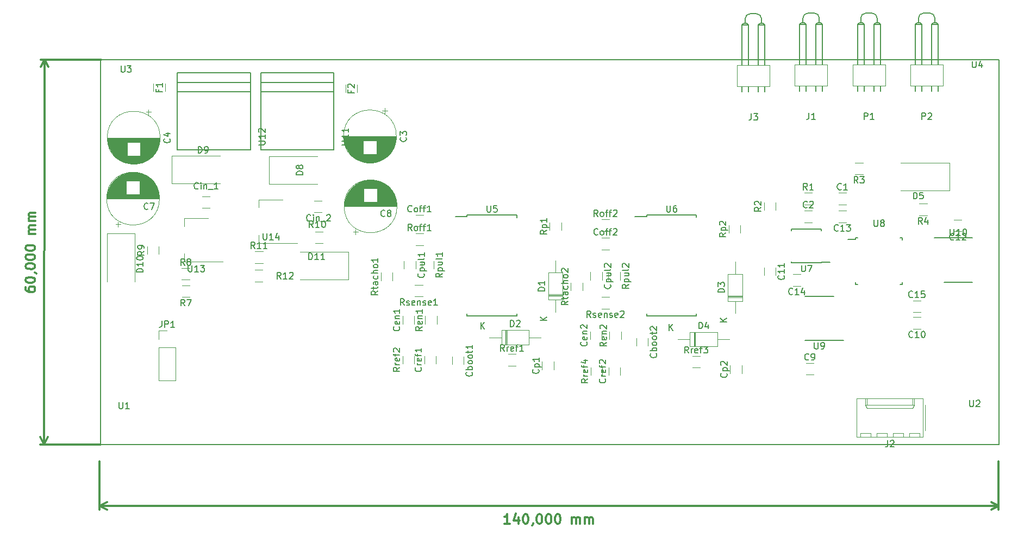
<source format=gto>
G04 #@! TF.GenerationSoftware,KiCad,Pcbnew,(5.0.0-3-g5ebb6b6)*
G04 #@! TF.CreationDate,2019-01-18T17:45:58+01:00*
G04 #@! TF.ProjectId,Motor_Card,4D6F746F725F436172642E6B69636164,rev?*
G04 #@! TF.SameCoordinates,Original*
G04 #@! TF.FileFunction,Legend,Top*
G04 #@! TF.FilePolarity,Positive*
%FSLAX46Y46*%
G04 Gerber Fmt 4.6, Leading zero omitted, Abs format (unit mm)*
G04 Created by KiCad (PCBNEW (5.0.0-3-g5ebb6b6)) date Friday 18 January 2019 à 17:45:58*
%MOMM*%
%LPD*%
G01*
G04 APERTURE LIST*
%ADD10C,0.300000*%
%ADD11C,0.200000*%
%ADD12C,0.150000*%
%ADD13C,0.120000*%
G04 APERTURE END LIST*
D10*
X58525099Y-96580466D02*
X58524623Y-96866180D01*
X58595814Y-97009156D01*
X58667123Y-97080703D01*
X58881170Y-97223917D01*
X59166765Y-97295822D01*
X59738193Y-97296774D01*
X59881169Y-97225584D01*
X59952716Y-97154275D01*
X60024383Y-97011537D01*
X60024859Y-96725823D01*
X59953669Y-96582847D01*
X59882359Y-96511299D01*
X59739622Y-96439633D01*
X59382479Y-96439037D01*
X59239503Y-96510228D01*
X59167956Y-96581537D01*
X59096289Y-96724275D01*
X59095813Y-97009989D01*
X59167003Y-97152965D01*
X59238313Y-97224513D01*
X59381051Y-97296179D01*
X58526885Y-95509039D02*
X58527123Y-95366182D01*
X58598790Y-95223444D01*
X58670337Y-95152134D01*
X58813313Y-95080944D01*
X59099146Y-95009992D01*
X59456289Y-95010587D01*
X59741883Y-95082492D01*
X59884621Y-95154158D01*
X59955931Y-95225706D01*
X60027121Y-95368682D01*
X60026883Y-95511539D01*
X59955216Y-95654277D01*
X59883669Y-95725586D01*
X59740693Y-95796776D01*
X59454860Y-95867729D01*
X59097718Y-95867133D01*
X58812123Y-95795229D01*
X58669385Y-95723562D01*
X58598076Y-95652015D01*
X58526885Y-95509039D01*
X59957478Y-94297136D02*
X60028907Y-94297255D01*
X60171645Y-94368921D01*
X60242954Y-94440469D01*
X58530457Y-93366185D02*
X58530695Y-93223328D01*
X58602361Y-93080590D01*
X58673909Y-93009280D01*
X58816885Y-92938090D01*
X59102718Y-92867138D01*
X59459860Y-92867733D01*
X59745455Y-92939638D01*
X59888193Y-93011304D01*
X59959502Y-93082852D01*
X60030693Y-93225828D01*
X60030454Y-93368685D01*
X59958788Y-93511422D01*
X59887240Y-93582732D01*
X59744264Y-93653922D01*
X59458431Y-93724875D01*
X59101289Y-93724279D01*
X58815694Y-93652375D01*
X58672956Y-93580708D01*
X58601647Y-93509161D01*
X58530457Y-93366185D01*
X58532837Y-91937615D02*
X58533076Y-91794758D01*
X58604742Y-91652020D01*
X58676290Y-91580711D01*
X58819266Y-91509520D01*
X59105099Y-91438568D01*
X59462241Y-91439163D01*
X59747836Y-91511068D01*
X59890574Y-91582735D01*
X59961883Y-91654282D01*
X60033074Y-91797258D01*
X60032835Y-91940115D01*
X59961169Y-92082853D01*
X59889621Y-92154162D01*
X59746645Y-92225353D01*
X59460812Y-92296305D01*
X59103670Y-92295710D01*
X58818075Y-92223805D01*
X58675337Y-92152139D01*
X58604028Y-92080591D01*
X58532837Y-91937615D01*
X58535218Y-90509046D02*
X58535457Y-90366189D01*
X58607123Y-90223451D01*
X58678671Y-90152141D01*
X58821647Y-90080951D01*
X59107480Y-90009999D01*
X59464622Y-90010594D01*
X59750217Y-90082499D01*
X59892955Y-90154165D01*
X59964264Y-90225713D01*
X60035454Y-90368689D01*
X60035216Y-90511546D01*
X59963550Y-90654284D01*
X59892002Y-90725593D01*
X59749026Y-90796783D01*
X59463193Y-90867736D01*
X59106051Y-90867140D01*
X58820456Y-90795236D01*
X58677718Y-90723569D01*
X58606409Y-90652022D01*
X58535218Y-90509046D01*
X60039026Y-88225835D02*
X59039027Y-88224168D01*
X59181884Y-88224406D02*
X59110575Y-88152858D01*
X59039384Y-88009882D01*
X59039742Y-87795597D01*
X59111408Y-87652859D01*
X59254384Y-87581669D01*
X60040097Y-87582978D01*
X59254384Y-87581669D02*
X59111646Y-87510002D01*
X59040456Y-87367026D01*
X59040813Y-87152741D01*
X59112480Y-87010003D01*
X59255456Y-86938813D01*
X60041169Y-86940122D01*
X60042359Y-86225837D02*
X59042361Y-86224171D01*
X59185218Y-86224409D02*
X59113908Y-86152861D01*
X59042718Y-86009885D01*
X59043075Y-85795600D01*
X59114741Y-85652862D01*
X59257717Y-85581672D01*
X60043431Y-85582981D01*
X59257717Y-85581672D02*
X59114980Y-85510005D01*
X59043789Y-85367029D01*
X59044146Y-85152744D01*
X59115813Y-85010006D01*
X59258789Y-84938815D01*
X60044502Y-84940125D01*
X61405691Y-121085343D02*
X61505691Y-61085343D01*
X70200000Y-121100000D02*
X60819271Y-121084365D01*
X70300000Y-61100000D02*
X60919271Y-61084365D01*
X61505691Y-61085343D02*
X62090233Y-62212823D01*
X61505691Y-61085343D02*
X60917394Y-62210868D01*
X61405691Y-121085343D02*
X61993988Y-119959818D01*
X61405691Y-121085343D02*
X60821149Y-119957863D01*
X134028571Y-133478570D02*
X133171428Y-133478570D01*
X133600000Y-133478570D02*
X133600000Y-131978570D01*
X133457142Y-132192856D01*
X133314285Y-132335713D01*
X133171428Y-132407141D01*
X135314285Y-132478570D02*
X135314285Y-133478570D01*
X134957142Y-131907141D02*
X134600000Y-132978570D01*
X135528571Y-132978570D01*
X136385714Y-131978570D02*
X136528571Y-131978570D01*
X136671428Y-132049999D01*
X136742857Y-132121427D01*
X136814285Y-132264284D01*
X136885714Y-132549999D01*
X136885714Y-132907141D01*
X136814285Y-133192856D01*
X136742857Y-133335713D01*
X136671428Y-133407141D01*
X136528571Y-133478570D01*
X136385714Y-133478570D01*
X136242857Y-133407141D01*
X136171428Y-133335713D01*
X136100000Y-133192856D01*
X136028571Y-132907141D01*
X136028571Y-132549999D01*
X136100000Y-132264284D01*
X136171428Y-132121427D01*
X136242857Y-132049999D01*
X136385714Y-131978570D01*
X137600000Y-133407141D02*
X137600000Y-133478570D01*
X137528571Y-133621427D01*
X137457142Y-133692856D01*
X138528571Y-131978570D02*
X138671428Y-131978570D01*
X138814285Y-132049999D01*
X138885714Y-132121427D01*
X138957142Y-132264284D01*
X139028571Y-132549999D01*
X139028571Y-132907141D01*
X138957142Y-133192856D01*
X138885714Y-133335713D01*
X138814285Y-133407141D01*
X138671428Y-133478570D01*
X138528571Y-133478570D01*
X138385714Y-133407141D01*
X138314285Y-133335713D01*
X138242857Y-133192856D01*
X138171428Y-132907141D01*
X138171428Y-132549999D01*
X138242857Y-132264284D01*
X138314285Y-132121427D01*
X138385714Y-132049999D01*
X138528571Y-131978570D01*
X139957142Y-131978570D02*
X140100000Y-131978570D01*
X140242857Y-132049999D01*
X140314285Y-132121427D01*
X140385714Y-132264284D01*
X140457142Y-132549999D01*
X140457142Y-132907141D01*
X140385714Y-133192856D01*
X140314285Y-133335713D01*
X140242857Y-133407141D01*
X140100000Y-133478570D01*
X139957142Y-133478570D01*
X139814285Y-133407141D01*
X139742857Y-133335713D01*
X139671428Y-133192856D01*
X139600000Y-132907141D01*
X139600000Y-132549999D01*
X139671428Y-132264284D01*
X139742857Y-132121427D01*
X139814285Y-132049999D01*
X139957142Y-131978570D01*
X141385714Y-131978570D02*
X141528571Y-131978570D01*
X141671428Y-132049999D01*
X141742857Y-132121427D01*
X141814285Y-132264284D01*
X141885714Y-132549999D01*
X141885714Y-132907141D01*
X141814285Y-133192856D01*
X141742857Y-133335713D01*
X141671428Y-133407141D01*
X141528571Y-133478570D01*
X141385714Y-133478570D01*
X141242857Y-133407141D01*
X141171428Y-133335713D01*
X141100000Y-133192856D01*
X141028571Y-132907141D01*
X141028571Y-132549999D01*
X141100000Y-132264284D01*
X141171428Y-132121427D01*
X141242857Y-132049999D01*
X141385714Y-131978570D01*
X143671428Y-133478570D02*
X143671428Y-132478570D01*
X143671428Y-132621427D02*
X143742857Y-132549999D01*
X143885714Y-132478570D01*
X144100000Y-132478570D01*
X144242857Y-132549999D01*
X144314285Y-132692856D01*
X144314285Y-133478570D01*
X144314285Y-132692856D02*
X144385714Y-132549999D01*
X144528571Y-132478570D01*
X144742857Y-132478570D01*
X144885714Y-132549999D01*
X144957142Y-132692856D01*
X144957142Y-133478570D01*
X145671428Y-133478570D02*
X145671428Y-132478570D01*
X145671428Y-132621427D02*
X145742857Y-132549999D01*
X145885714Y-132478570D01*
X146100000Y-132478570D01*
X146242857Y-132549999D01*
X146314285Y-132692856D01*
X146314285Y-133478570D01*
X146314285Y-132692856D02*
X146385714Y-132549999D01*
X146528571Y-132478570D01*
X146742857Y-132478570D01*
X146885714Y-132549999D01*
X146957142Y-132692856D01*
X146957142Y-133478570D01*
X70100000Y-130699999D02*
X210100000Y-130699999D01*
X70100000Y-123700000D02*
X70100000Y-131286420D01*
X210100000Y-123700000D02*
X210100000Y-131286420D01*
X210100000Y-130699999D02*
X208973496Y-131286420D01*
X210100000Y-130699999D02*
X208973496Y-130113578D01*
X70100000Y-130699999D02*
X71226504Y-131286420D01*
X70100000Y-130699999D02*
X71226504Y-130113578D01*
D11*
X210200000Y-121100000D02*
X70200000Y-121100000D01*
X210200000Y-61100000D02*
X210200000Y-121100000D01*
X70200000Y-61100000D02*
X210200000Y-61100000D01*
X70200000Y-121100000D02*
X70200000Y-61100000D01*
D12*
G04 #@! TO.C,U6*
X155325000Y-85585000D02*
X153500000Y-85585000D01*
X155325000Y-101060000D02*
X163075000Y-101060000D01*
X155325000Y-85310000D02*
X163075000Y-85310000D01*
X155325000Y-101060000D02*
X155325000Y-100695000D01*
X163075000Y-101060000D02*
X163075000Y-100695000D01*
X163075000Y-85310000D02*
X163075000Y-85675000D01*
X155325000Y-85310000D02*
X155325000Y-85585000D01*
G04 #@! TO.C,U5*
X127325000Y-85595000D02*
X125500000Y-85595000D01*
X127325000Y-101070000D02*
X135075000Y-101070000D01*
X127325000Y-85320000D02*
X135075000Y-85320000D01*
X127325000Y-101070000D02*
X127325000Y-100705000D01*
X135075000Y-101070000D02*
X135075000Y-100705000D01*
X135075000Y-85320000D02*
X135075000Y-85685000D01*
X127325000Y-85320000D02*
X127325000Y-85595000D01*
D13*
G04 #@! TO.C,D3*
X167980000Y-98140000D02*
X170220000Y-98140000D01*
X167980000Y-97900000D02*
X170220000Y-97900000D01*
X167980000Y-98020000D02*
X170220000Y-98020000D01*
X169100000Y-92580000D02*
X169100000Y-94500000D01*
X169100000Y-100660000D02*
X169100000Y-98740000D01*
X167980000Y-94500000D02*
X167980000Y-98740000D01*
X170220000Y-94500000D02*
X167980000Y-94500000D01*
X170220000Y-98740000D02*
X170220000Y-94500000D01*
X167980000Y-98740000D02*
X170220000Y-98740000D01*
G04 #@! TO.C,C4*
X78115000Y-69240302D02*
X77315000Y-69240302D01*
X77715000Y-68840302D02*
X77715000Y-69640302D01*
X75933000Y-77331000D02*
X74867000Y-77331000D01*
X76168000Y-77291000D02*
X74632000Y-77291000D01*
X76348000Y-77251000D02*
X74452000Y-77251000D01*
X76498000Y-77211000D02*
X74302000Y-77211000D01*
X76629000Y-77171000D02*
X74171000Y-77171000D01*
X76746000Y-77131000D02*
X74054000Y-77131000D01*
X76853000Y-77091000D02*
X73947000Y-77091000D01*
X76952000Y-77051000D02*
X73848000Y-77051000D01*
X77045000Y-77011000D02*
X73755000Y-77011000D01*
X77131000Y-76971000D02*
X73669000Y-76971000D01*
X77213000Y-76931000D02*
X73587000Y-76931000D01*
X77290000Y-76891000D02*
X73510000Y-76891000D01*
X77364000Y-76851000D02*
X73436000Y-76851000D01*
X77434000Y-76811000D02*
X73366000Y-76811000D01*
X77502000Y-76771000D02*
X73298000Y-76771000D01*
X77566000Y-76731000D02*
X73234000Y-76731000D01*
X77628000Y-76691000D02*
X73172000Y-76691000D01*
X77687000Y-76651000D02*
X73113000Y-76651000D01*
X77745000Y-76611000D02*
X73055000Y-76611000D01*
X77800000Y-76571000D02*
X73000000Y-76571000D01*
X77854000Y-76531000D02*
X72946000Y-76531000D01*
X77905000Y-76491000D02*
X72895000Y-76491000D01*
X77956000Y-76451000D02*
X72844000Y-76451000D01*
X78004000Y-76411000D02*
X72796000Y-76411000D01*
X78051000Y-76371000D02*
X72749000Y-76371000D01*
X78097000Y-76331000D02*
X72703000Y-76331000D01*
X78141000Y-76291000D02*
X72659000Y-76291000D01*
X78184000Y-76251000D02*
X72616000Y-76251000D01*
X78226000Y-76211000D02*
X72574000Y-76211000D01*
X78267000Y-76171000D02*
X72533000Y-76171000D01*
X78307000Y-76131000D02*
X72493000Y-76131000D01*
X78345000Y-76091000D02*
X72455000Y-76091000D01*
X78383000Y-76051000D02*
X72417000Y-76051000D01*
X74360000Y-76011000D02*
X72381000Y-76011000D01*
X78419000Y-76011000D02*
X76440000Y-76011000D01*
X74360000Y-75971000D02*
X72345000Y-75971000D01*
X78455000Y-75971000D02*
X76440000Y-75971000D01*
X74360000Y-75931000D02*
X72310000Y-75931000D01*
X78490000Y-75931000D02*
X76440000Y-75931000D01*
X74360000Y-75891000D02*
X72276000Y-75891000D01*
X78524000Y-75891000D02*
X76440000Y-75891000D01*
X74360000Y-75851000D02*
X72244000Y-75851000D01*
X78556000Y-75851000D02*
X76440000Y-75851000D01*
X74360000Y-75811000D02*
X72211000Y-75811000D01*
X78589000Y-75811000D02*
X76440000Y-75811000D01*
X74360000Y-75771000D02*
X72180000Y-75771000D01*
X78620000Y-75771000D02*
X76440000Y-75771000D01*
X74360000Y-75731000D02*
X72150000Y-75731000D01*
X78650000Y-75731000D02*
X76440000Y-75731000D01*
X74360000Y-75691000D02*
X72120000Y-75691000D01*
X78680000Y-75691000D02*
X76440000Y-75691000D01*
X74360000Y-75651000D02*
X72091000Y-75651000D01*
X78709000Y-75651000D02*
X76440000Y-75651000D01*
X74360000Y-75611000D02*
X72062000Y-75611000D01*
X78738000Y-75611000D02*
X76440000Y-75611000D01*
X74360000Y-75571000D02*
X72035000Y-75571000D01*
X78765000Y-75571000D02*
X76440000Y-75571000D01*
X74360000Y-75531000D02*
X72008000Y-75531000D01*
X78792000Y-75531000D02*
X76440000Y-75531000D01*
X74360000Y-75491000D02*
X71982000Y-75491000D01*
X78818000Y-75491000D02*
X76440000Y-75491000D01*
X74360000Y-75451000D02*
X71956000Y-75451000D01*
X78844000Y-75451000D02*
X76440000Y-75451000D01*
X74360000Y-75411000D02*
X71931000Y-75411000D01*
X78869000Y-75411000D02*
X76440000Y-75411000D01*
X74360000Y-75371000D02*
X71907000Y-75371000D01*
X78893000Y-75371000D02*
X76440000Y-75371000D01*
X74360000Y-75331000D02*
X71883000Y-75331000D01*
X78917000Y-75331000D02*
X76440000Y-75331000D01*
X74360000Y-75291000D02*
X71860000Y-75291000D01*
X78940000Y-75291000D02*
X76440000Y-75291000D01*
X74360000Y-75251000D02*
X71838000Y-75251000D01*
X78962000Y-75251000D02*
X76440000Y-75251000D01*
X74360000Y-75211000D02*
X71816000Y-75211000D01*
X78984000Y-75211000D02*
X76440000Y-75211000D01*
X74360000Y-75171000D02*
X71794000Y-75171000D01*
X79006000Y-75171000D02*
X76440000Y-75171000D01*
X74360000Y-75131000D02*
X71773000Y-75131000D01*
X79027000Y-75131000D02*
X76440000Y-75131000D01*
X74360000Y-75091000D02*
X71753000Y-75091000D01*
X79047000Y-75091000D02*
X76440000Y-75091000D01*
X74360000Y-75051000D02*
X71734000Y-75051000D01*
X79066000Y-75051000D02*
X76440000Y-75051000D01*
X74360000Y-75011000D02*
X71714000Y-75011000D01*
X79086000Y-75011000D02*
X76440000Y-75011000D01*
X74360000Y-74971000D02*
X71696000Y-74971000D01*
X79104000Y-74971000D02*
X76440000Y-74971000D01*
X74360000Y-74931000D02*
X71678000Y-74931000D01*
X79122000Y-74931000D02*
X76440000Y-74931000D01*
X74360000Y-74891000D02*
X71660000Y-74891000D01*
X79140000Y-74891000D02*
X76440000Y-74891000D01*
X74360000Y-74851000D02*
X71643000Y-74851000D01*
X79157000Y-74851000D02*
X76440000Y-74851000D01*
X74360000Y-74811000D02*
X71626000Y-74811000D01*
X79174000Y-74811000D02*
X76440000Y-74811000D01*
X74360000Y-74771000D02*
X71610000Y-74771000D01*
X79190000Y-74771000D02*
X76440000Y-74771000D01*
X74360000Y-74731000D02*
X71595000Y-74731000D01*
X79205000Y-74731000D02*
X76440000Y-74731000D01*
X74360000Y-74691000D02*
X71579000Y-74691000D01*
X79221000Y-74691000D02*
X76440000Y-74691000D01*
X74360000Y-74651000D02*
X71565000Y-74651000D01*
X79235000Y-74651000D02*
X76440000Y-74651000D01*
X74360000Y-74611000D02*
X71550000Y-74611000D01*
X79250000Y-74611000D02*
X76440000Y-74611000D01*
X74360000Y-74571000D02*
X71537000Y-74571000D01*
X79263000Y-74571000D02*
X76440000Y-74571000D01*
X74360000Y-74531000D02*
X71523000Y-74531000D01*
X79277000Y-74531000D02*
X76440000Y-74531000D01*
X74360000Y-74491000D02*
X71511000Y-74491000D01*
X79289000Y-74491000D02*
X76440000Y-74491000D01*
X74360000Y-74451000D02*
X71498000Y-74451000D01*
X79302000Y-74451000D02*
X76440000Y-74451000D01*
X74360000Y-74411000D02*
X71486000Y-74411000D01*
X79314000Y-74411000D02*
X76440000Y-74411000D01*
X74360000Y-74371000D02*
X71475000Y-74371000D01*
X79325000Y-74371000D02*
X76440000Y-74371000D01*
X74360000Y-74331000D02*
X71464000Y-74331000D01*
X79336000Y-74331000D02*
X76440000Y-74331000D01*
X74360000Y-74291000D02*
X71453000Y-74291000D01*
X79347000Y-74291000D02*
X76440000Y-74291000D01*
X74360000Y-74251000D02*
X71443000Y-74251000D01*
X79357000Y-74251000D02*
X76440000Y-74251000D01*
X74360000Y-74211000D02*
X71433000Y-74211000D01*
X79367000Y-74211000D02*
X76440000Y-74211000D01*
X74360000Y-74171000D02*
X71424000Y-74171000D01*
X79376000Y-74171000D02*
X76440000Y-74171000D01*
X74360000Y-74131000D02*
X71415000Y-74131000D01*
X79385000Y-74131000D02*
X76440000Y-74131000D01*
X74360000Y-74091000D02*
X71406000Y-74091000D01*
X79394000Y-74091000D02*
X76440000Y-74091000D01*
X74360000Y-74051000D02*
X71398000Y-74051000D01*
X79402000Y-74051000D02*
X76440000Y-74051000D01*
X74360000Y-74011000D02*
X71390000Y-74011000D01*
X79410000Y-74011000D02*
X76440000Y-74011000D01*
X74360000Y-73971000D02*
X71383000Y-73971000D01*
X79417000Y-73971000D02*
X76440000Y-73971000D01*
X79424000Y-73930000D02*
X71376000Y-73930000D01*
X79430000Y-73890000D02*
X71370000Y-73890000D01*
X79437000Y-73850000D02*
X71363000Y-73850000D01*
X79442000Y-73810000D02*
X71358000Y-73810000D01*
X79448000Y-73770000D02*
X71352000Y-73770000D01*
X79452000Y-73730000D02*
X71348000Y-73730000D01*
X79457000Y-73690000D02*
X71343000Y-73690000D01*
X79461000Y-73650000D02*
X71339000Y-73650000D01*
X79465000Y-73610000D02*
X71335000Y-73610000D01*
X79468000Y-73570000D02*
X71332000Y-73570000D01*
X79471000Y-73530000D02*
X71329000Y-73530000D01*
X79474000Y-73490000D02*
X71326000Y-73490000D01*
X79476000Y-73450000D02*
X71324000Y-73450000D01*
X79477000Y-73410000D02*
X71323000Y-73410000D01*
X79479000Y-73370000D02*
X71321000Y-73370000D01*
X79480000Y-73330000D02*
X71320000Y-73330000D01*
X79480000Y-73290000D02*
X71320000Y-73290000D01*
X79480000Y-73250000D02*
X71320000Y-73250000D01*
X79520000Y-73250000D02*
G75*
G03X79520000Y-73250000I-4120000J0D01*
G01*
D12*
G04 #@! TO.C,U12*
X93585000Y-75100000D02*
X82215000Y-75100000D01*
X93585000Y-73100000D02*
X93585000Y-75100000D01*
X93585000Y-75100000D02*
X82215000Y-75100000D01*
X82215000Y-75100000D02*
X82215000Y-73100000D01*
X93585000Y-73100000D02*
X93585000Y-63100000D01*
X93585000Y-63100000D02*
X82215000Y-63100000D01*
X82215000Y-63100000D02*
X82215000Y-73100000D01*
X93585000Y-66100000D02*
X82215000Y-66100000D01*
X93585000Y-64600000D02*
X82215000Y-64600000D01*
G04 #@! TO.C,U11*
X106585000Y-75100000D02*
X95215000Y-75100000D01*
X106585000Y-73100000D02*
X106585000Y-75100000D01*
X106585000Y-75100000D02*
X95215000Y-75100000D01*
X95215000Y-75100000D02*
X95215000Y-73100000D01*
X106585000Y-73100000D02*
X106585000Y-63100000D01*
X106585000Y-63100000D02*
X95215000Y-63100000D01*
X95215000Y-63100000D02*
X95215000Y-73100000D01*
X106585000Y-66100000D02*
X95215000Y-66100000D01*
X106585000Y-64600000D02*
X95215000Y-64600000D01*
G04 #@! TO.C,U8*
X187875740Y-89095223D02*
X186650740Y-89095223D01*
X195125740Y-88870223D02*
X194825740Y-88870223D01*
X195125740Y-96120223D02*
X194825740Y-96120223D01*
X187875740Y-96120223D02*
X188175740Y-96120223D01*
X187875740Y-88870223D02*
X188175740Y-88870223D01*
X187875740Y-96120223D02*
X187875740Y-95820223D01*
X195125740Y-96120223D02*
X195125740Y-95820223D01*
X195125740Y-88870223D02*
X195125740Y-89170223D01*
X187875740Y-88870223D02*
X187875740Y-89095223D01*
G04 #@! TO.C,U10*
X200100000Y-88875000D02*
X206075000Y-88875000D01*
X201625000Y-95775000D02*
X206075000Y-95775000D01*
D13*
G04 #@! TO.C,C8*
X109585000Y-87959698D02*
X110385000Y-87959698D01*
X109985000Y-88359698D02*
X109985000Y-87559698D01*
X111767000Y-79869000D02*
X112833000Y-79869000D01*
X111532000Y-79909000D02*
X113068000Y-79909000D01*
X111352000Y-79949000D02*
X113248000Y-79949000D01*
X111202000Y-79989000D02*
X113398000Y-79989000D01*
X111071000Y-80029000D02*
X113529000Y-80029000D01*
X110954000Y-80069000D02*
X113646000Y-80069000D01*
X110847000Y-80109000D02*
X113753000Y-80109000D01*
X110748000Y-80149000D02*
X113852000Y-80149000D01*
X110655000Y-80189000D02*
X113945000Y-80189000D01*
X110569000Y-80229000D02*
X114031000Y-80229000D01*
X110487000Y-80269000D02*
X114113000Y-80269000D01*
X110410000Y-80309000D02*
X114190000Y-80309000D01*
X110336000Y-80349000D02*
X114264000Y-80349000D01*
X110266000Y-80389000D02*
X114334000Y-80389000D01*
X110198000Y-80429000D02*
X114402000Y-80429000D01*
X110134000Y-80469000D02*
X114466000Y-80469000D01*
X110072000Y-80509000D02*
X114528000Y-80509000D01*
X110013000Y-80549000D02*
X114587000Y-80549000D01*
X109955000Y-80589000D02*
X114645000Y-80589000D01*
X109900000Y-80629000D02*
X114700000Y-80629000D01*
X109846000Y-80669000D02*
X114754000Y-80669000D01*
X109795000Y-80709000D02*
X114805000Y-80709000D01*
X109744000Y-80749000D02*
X114856000Y-80749000D01*
X109696000Y-80789000D02*
X114904000Y-80789000D01*
X109649000Y-80829000D02*
X114951000Y-80829000D01*
X109603000Y-80869000D02*
X114997000Y-80869000D01*
X109559000Y-80909000D02*
X115041000Y-80909000D01*
X109516000Y-80949000D02*
X115084000Y-80949000D01*
X109474000Y-80989000D02*
X115126000Y-80989000D01*
X109433000Y-81029000D02*
X115167000Y-81029000D01*
X109393000Y-81069000D02*
X115207000Y-81069000D01*
X109355000Y-81109000D02*
X115245000Y-81109000D01*
X109317000Y-81149000D02*
X115283000Y-81149000D01*
X113340000Y-81189000D02*
X115319000Y-81189000D01*
X109281000Y-81189000D02*
X111260000Y-81189000D01*
X113340000Y-81229000D02*
X115355000Y-81229000D01*
X109245000Y-81229000D02*
X111260000Y-81229000D01*
X113340000Y-81269000D02*
X115390000Y-81269000D01*
X109210000Y-81269000D02*
X111260000Y-81269000D01*
X113340000Y-81309000D02*
X115424000Y-81309000D01*
X109176000Y-81309000D02*
X111260000Y-81309000D01*
X113340000Y-81349000D02*
X115456000Y-81349000D01*
X109144000Y-81349000D02*
X111260000Y-81349000D01*
X113340000Y-81389000D02*
X115489000Y-81389000D01*
X109111000Y-81389000D02*
X111260000Y-81389000D01*
X113340000Y-81429000D02*
X115520000Y-81429000D01*
X109080000Y-81429000D02*
X111260000Y-81429000D01*
X113340000Y-81469000D02*
X115550000Y-81469000D01*
X109050000Y-81469000D02*
X111260000Y-81469000D01*
X113340000Y-81509000D02*
X115580000Y-81509000D01*
X109020000Y-81509000D02*
X111260000Y-81509000D01*
X113340000Y-81549000D02*
X115609000Y-81549000D01*
X108991000Y-81549000D02*
X111260000Y-81549000D01*
X113340000Y-81589000D02*
X115638000Y-81589000D01*
X108962000Y-81589000D02*
X111260000Y-81589000D01*
X113340000Y-81629000D02*
X115665000Y-81629000D01*
X108935000Y-81629000D02*
X111260000Y-81629000D01*
X113340000Y-81669000D02*
X115692000Y-81669000D01*
X108908000Y-81669000D02*
X111260000Y-81669000D01*
X113340000Y-81709000D02*
X115718000Y-81709000D01*
X108882000Y-81709000D02*
X111260000Y-81709000D01*
X113340000Y-81749000D02*
X115744000Y-81749000D01*
X108856000Y-81749000D02*
X111260000Y-81749000D01*
X113340000Y-81789000D02*
X115769000Y-81789000D01*
X108831000Y-81789000D02*
X111260000Y-81789000D01*
X113340000Y-81829000D02*
X115793000Y-81829000D01*
X108807000Y-81829000D02*
X111260000Y-81829000D01*
X113340000Y-81869000D02*
X115817000Y-81869000D01*
X108783000Y-81869000D02*
X111260000Y-81869000D01*
X113340000Y-81909000D02*
X115840000Y-81909000D01*
X108760000Y-81909000D02*
X111260000Y-81909000D01*
X113340000Y-81949000D02*
X115862000Y-81949000D01*
X108738000Y-81949000D02*
X111260000Y-81949000D01*
X113340000Y-81989000D02*
X115884000Y-81989000D01*
X108716000Y-81989000D02*
X111260000Y-81989000D01*
X113340000Y-82029000D02*
X115906000Y-82029000D01*
X108694000Y-82029000D02*
X111260000Y-82029000D01*
X113340000Y-82069000D02*
X115927000Y-82069000D01*
X108673000Y-82069000D02*
X111260000Y-82069000D01*
X113340000Y-82109000D02*
X115947000Y-82109000D01*
X108653000Y-82109000D02*
X111260000Y-82109000D01*
X113340000Y-82149000D02*
X115966000Y-82149000D01*
X108634000Y-82149000D02*
X111260000Y-82149000D01*
X113340000Y-82189000D02*
X115986000Y-82189000D01*
X108614000Y-82189000D02*
X111260000Y-82189000D01*
X113340000Y-82229000D02*
X116004000Y-82229000D01*
X108596000Y-82229000D02*
X111260000Y-82229000D01*
X113340000Y-82269000D02*
X116022000Y-82269000D01*
X108578000Y-82269000D02*
X111260000Y-82269000D01*
X113340000Y-82309000D02*
X116040000Y-82309000D01*
X108560000Y-82309000D02*
X111260000Y-82309000D01*
X113340000Y-82349000D02*
X116057000Y-82349000D01*
X108543000Y-82349000D02*
X111260000Y-82349000D01*
X113340000Y-82389000D02*
X116074000Y-82389000D01*
X108526000Y-82389000D02*
X111260000Y-82389000D01*
X113340000Y-82429000D02*
X116090000Y-82429000D01*
X108510000Y-82429000D02*
X111260000Y-82429000D01*
X113340000Y-82469000D02*
X116105000Y-82469000D01*
X108495000Y-82469000D02*
X111260000Y-82469000D01*
X113340000Y-82509000D02*
X116121000Y-82509000D01*
X108479000Y-82509000D02*
X111260000Y-82509000D01*
X113340000Y-82549000D02*
X116135000Y-82549000D01*
X108465000Y-82549000D02*
X111260000Y-82549000D01*
X113340000Y-82589000D02*
X116150000Y-82589000D01*
X108450000Y-82589000D02*
X111260000Y-82589000D01*
X113340000Y-82629000D02*
X116163000Y-82629000D01*
X108437000Y-82629000D02*
X111260000Y-82629000D01*
X113340000Y-82669000D02*
X116177000Y-82669000D01*
X108423000Y-82669000D02*
X111260000Y-82669000D01*
X113340000Y-82709000D02*
X116189000Y-82709000D01*
X108411000Y-82709000D02*
X111260000Y-82709000D01*
X113340000Y-82749000D02*
X116202000Y-82749000D01*
X108398000Y-82749000D02*
X111260000Y-82749000D01*
X113340000Y-82789000D02*
X116214000Y-82789000D01*
X108386000Y-82789000D02*
X111260000Y-82789000D01*
X113340000Y-82829000D02*
X116225000Y-82829000D01*
X108375000Y-82829000D02*
X111260000Y-82829000D01*
X113340000Y-82869000D02*
X116236000Y-82869000D01*
X108364000Y-82869000D02*
X111260000Y-82869000D01*
X113340000Y-82909000D02*
X116247000Y-82909000D01*
X108353000Y-82909000D02*
X111260000Y-82909000D01*
X113340000Y-82949000D02*
X116257000Y-82949000D01*
X108343000Y-82949000D02*
X111260000Y-82949000D01*
X113340000Y-82989000D02*
X116267000Y-82989000D01*
X108333000Y-82989000D02*
X111260000Y-82989000D01*
X113340000Y-83029000D02*
X116276000Y-83029000D01*
X108324000Y-83029000D02*
X111260000Y-83029000D01*
X113340000Y-83069000D02*
X116285000Y-83069000D01*
X108315000Y-83069000D02*
X111260000Y-83069000D01*
X113340000Y-83109000D02*
X116294000Y-83109000D01*
X108306000Y-83109000D02*
X111260000Y-83109000D01*
X113340000Y-83149000D02*
X116302000Y-83149000D01*
X108298000Y-83149000D02*
X111260000Y-83149000D01*
X113340000Y-83189000D02*
X116310000Y-83189000D01*
X108290000Y-83189000D02*
X111260000Y-83189000D01*
X113340000Y-83229000D02*
X116317000Y-83229000D01*
X108283000Y-83229000D02*
X111260000Y-83229000D01*
X108276000Y-83270000D02*
X116324000Y-83270000D01*
X108270000Y-83310000D02*
X116330000Y-83310000D01*
X108263000Y-83350000D02*
X116337000Y-83350000D01*
X108258000Y-83390000D02*
X116342000Y-83390000D01*
X108252000Y-83430000D02*
X116348000Y-83430000D01*
X108248000Y-83470000D02*
X116352000Y-83470000D01*
X108243000Y-83510000D02*
X116357000Y-83510000D01*
X108239000Y-83550000D02*
X116361000Y-83550000D01*
X108235000Y-83590000D02*
X116365000Y-83590000D01*
X108232000Y-83630000D02*
X116368000Y-83630000D01*
X108229000Y-83670000D02*
X116371000Y-83670000D01*
X108226000Y-83710000D02*
X116374000Y-83710000D01*
X108224000Y-83750000D02*
X116376000Y-83750000D01*
X108223000Y-83790000D02*
X116377000Y-83790000D01*
X108221000Y-83830000D02*
X116379000Y-83830000D01*
X108220000Y-83870000D02*
X116380000Y-83870000D01*
X108220000Y-83910000D02*
X116380000Y-83910000D01*
X108220000Y-83950000D02*
X116380000Y-83950000D01*
X116420000Y-83950000D02*
G75*
G03X116420000Y-83950000I-4120000J0D01*
G01*
G04 #@! TO.C,Cin_2*
X103510436Y-84910000D02*
X104714564Y-84910000D01*
X103510436Y-83090000D02*
X104714564Y-83090000D01*
G04 #@! TO.C,R10*
X104889564Y-87890000D02*
X103685436Y-87890000D01*
X104889564Y-89710000D02*
X103685436Y-89710000D01*
G04 #@! TO.C,R11*
X94310436Y-92810000D02*
X95514564Y-92810000D01*
X94310436Y-90990000D02*
X95514564Y-90990000D01*
G04 #@! TO.C,R12*
X95489564Y-93890000D02*
X94285436Y-93890000D01*
X95489564Y-95710000D02*
X94285436Y-95710000D01*
G04 #@! TO.C,D11*
X108850000Y-95350000D02*
X101300000Y-95350000D01*
X108850000Y-91050000D02*
X101300000Y-91050000D01*
X108850000Y-95350000D02*
X108850000Y-91050000D01*
G04 #@! TO.C,U14*
X100850000Y-89710000D02*
X94840000Y-89710000D01*
X98600000Y-82890000D02*
X94840000Y-82890000D01*
X94840000Y-89710000D02*
X94840000Y-88450000D01*
X94840000Y-82890000D02*
X94840000Y-84150000D01*
G04 #@! TO.C,F1*
X80310000Y-66014564D02*
X80310000Y-64810436D01*
X78490000Y-66014564D02*
X78490000Y-64810436D01*
G04 #@! TO.C,C7*
X72585000Y-86759698D02*
X73385000Y-86759698D01*
X72985000Y-87159698D02*
X72985000Y-86359698D01*
X74767000Y-78669000D02*
X75833000Y-78669000D01*
X74532000Y-78709000D02*
X76068000Y-78709000D01*
X74352000Y-78749000D02*
X76248000Y-78749000D01*
X74202000Y-78789000D02*
X76398000Y-78789000D01*
X74071000Y-78829000D02*
X76529000Y-78829000D01*
X73954000Y-78869000D02*
X76646000Y-78869000D01*
X73847000Y-78909000D02*
X76753000Y-78909000D01*
X73748000Y-78949000D02*
X76852000Y-78949000D01*
X73655000Y-78989000D02*
X76945000Y-78989000D01*
X73569000Y-79029000D02*
X77031000Y-79029000D01*
X73487000Y-79069000D02*
X77113000Y-79069000D01*
X73410000Y-79109000D02*
X77190000Y-79109000D01*
X73336000Y-79149000D02*
X77264000Y-79149000D01*
X73266000Y-79189000D02*
X77334000Y-79189000D01*
X73198000Y-79229000D02*
X77402000Y-79229000D01*
X73134000Y-79269000D02*
X77466000Y-79269000D01*
X73072000Y-79309000D02*
X77528000Y-79309000D01*
X73013000Y-79349000D02*
X77587000Y-79349000D01*
X72955000Y-79389000D02*
X77645000Y-79389000D01*
X72900000Y-79429000D02*
X77700000Y-79429000D01*
X72846000Y-79469000D02*
X77754000Y-79469000D01*
X72795000Y-79509000D02*
X77805000Y-79509000D01*
X72744000Y-79549000D02*
X77856000Y-79549000D01*
X72696000Y-79589000D02*
X77904000Y-79589000D01*
X72649000Y-79629000D02*
X77951000Y-79629000D01*
X72603000Y-79669000D02*
X77997000Y-79669000D01*
X72559000Y-79709000D02*
X78041000Y-79709000D01*
X72516000Y-79749000D02*
X78084000Y-79749000D01*
X72474000Y-79789000D02*
X78126000Y-79789000D01*
X72433000Y-79829000D02*
X78167000Y-79829000D01*
X72393000Y-79869000D02*
X78207000Y-79869000D01*
X72355000Y-79909000D02*
X78245000Y-79909000D01*
X72317000Y-79949000D02*
X78283000Y-79949000D01*
X76340000Y-79989000D02*
X78319000Y-79989000D01*
X72281000Y-79989000D02*
X74260000Y-79989000D01*
X76340000Y-80029000D02*
X78355000Y-80029000D01*
X72245000Y-80029000D02*
X74260000Y-80029000D01*
X76340000Y-80069000D02*
X78390000Y-80069000D01*
X72210000Y-80069000D02*
X74260000Y-80069000D01*
X76340000Y-80109000D02*
X78424000Y-80109000D01*
X72176000Y-80109000D02*
X74260000Y-80109000D01*
X76340000Y-80149000D02*
X78456000Y-80149000D01*
X72144000Y-80149000D02*
X74260000Y-80149000D01*
X76340000Y-80189000D02*
X78489000Y-80189000D01*
X72111000Y-80189000D02*
X74260000Y-80189000D01*
X76340000Y-80229000D02*
X78520000Y-80229000D01*
X72080000Y-80229000D02*
X74260000Y-80229000D01*
X76340000Y-80269000D02*
X78550000Y-80269000D01*
X72050000Y-80269000D02*
X74260000Y-80269000D01*
X76340000Y-80309000D02*
X78580000Y-80309000D01*
X72020000Y-80309000D02*
X74260000Y-80309000D01*
X76340000Y-80349000D02*
X78609000Y-80349000D01*
X71991000Y-80349000D02*
X74260000Y-80349000D01*
X76340000Y-80389000D02*
X78638000Y-80389000D01*
X71962000Y-80389000D02*
X74260000Y-80389000D01*
X76340000Y-80429000D02*
X78665000Y-80429000D01*
X71935000Y-80429000D02*
X74260000Y-80429000D01*
X76340000Y-80469000D02*
X78692000Y-80469000D01*
X71908000Y-80469000D02*
X74260000Y-80469000D01*
X76340000Y-80509000D02*
X78718000Y-80509000D01*
X71882000Y-80509000D02*
X74260000Y-80509000D01*
X76340000Y-80549000D02*
X78744000Y-80549000D01*
X71856000Y-80549000D02*
X74260000Y-80549000D01*
X76340000Y-80589000D02*
X78769000Y-80589000D01*
X71831000Y-80589000D02*
X74260000Y-80589000D01*
X76340000Y-80629000D02*
X78793000Y-80629000D01*
X71807000Y-80629000D02*
X74260000Y-80629000D01*
X76340000Y-80669000D02*
X78817000Y-80669000D01*
X71783000Y-80669000D02*
X74260000Y-80669000D01*
X76340000Y-80709000D02*
X78840000Y-80709000D01*
X71760000Y-80709000D02*
X74260000Y-80709000D01*
X76340000Y-80749000D02*
X78862000Y-80749000D01*
X71738000Y-80749000D02*
X74260000Y-80749000D01*
X76340000Y-80789000D02*
X78884000Y-80789000D01*
X71716000Y-80789000D02*
X74260000Y-80789000D01*
X76340000Y-80829000D02*
X78906000Y-80829000D01*
X71694000Y-80829000D02*
X74260000Y-80829000D01*
X76340000Y-80869000D02*
X78927000Y-80869000D01*
X71673000Y-80869000D02*
X74260000Y-80869000D01*
X76340000Y-80909000D02*
X78947000Y-80909000D01*
X71653000Y-80909000D02*
X74260000Y-80909000D01*
X76340000Y-80949000D02*
X78966000Y-80949000D01*
X71634000Y-80949000D02*
X74260000Y-80949000D01*
X76340000Y-80989000D02*
X78986000Y-80989000D01*
X71614000Y-80989000D02*
X74260000Y-80989000D01*
X76340000Y-81029000D02*
X79004000Y-81029000D01*
X71596000Y-81029000D02*
X74260000Y-81029000D01*
X76340000Y-81069000D02*
X79022000Y-81069000D01*
X71578000Y-81069000D02*
X74260000Y-81069000D01*
X76340000Y-81109000D02*
X79040000Y-81109000D01*
X71560000Y-81109000D02*
X74260000Y-81109000D01*
X76340000Y-81149000D02*
X79057000Y-81149000D01*
X71543000Y-81149000D02*
X74260000Y-81149000D01*
X76340000Y-81189000D02*
X79074000Y-81189000D01*
X71526000Y-81189000D02*
X74260000Y-81189000D01*
X76340000Y-81229000D02*
X79090000Y-81229000D01*
X71510000Y-81229000D02*
X74260000Y-81229000D01*
X76340000Y-81269000D02*
X79105000Y-81269000D01*
X71495000Y-81269000D02*
X74260000Y-81269000D01*
X76340000Y-81309000D02*
X79121000Y-81309000D01*
X71479000Y-81309000D02*
X74260000Y-81309000D01*
X76340000Y-81349000D02*
X79135000Y-81349000D01*
X71465000Y-81349000D02*
X74260000Y-81349000D01*
X76340000Y-81389000D02*
X79150000Y-81389000D01*
X71450000Y-81389000D02*
X74260000Y-81389000D01*
X76340000Y-81429000D02*
X79163000Y-81429000D01*
X71437000Y-81429000D02*
X74260000Y-81429000D01*
X76340000Y-81469000D02*
X79177000Y-81469000D01*
X71423000Y-81469000D02*
X74260000Y-81469000D01*
X76340000Y-81509000D02*
X79189000Y-81509000D01*
X71411000Y-81509000D02*
X74260000Y-81509000D01*
X76340000Y-81549000D02*
X79202000Y-81549000D01*
X71398000Y-81549000D02*
X74260000Y-81549000D01*
X76340000Y-81589000D02*
X79214000Y-81589000D01*
X71386000Y-81589000D02*
X74260000Y-81589000D01*
X76340000Y-81629000D02*
X79225000Y-81629000D01*
X71375000Y-81629000D02*
X74260000Y-81629000D01*
X76340000Y-81669000D02*
X79236000Y-81669000D01*
X71364000Y-81669000D02*
X74260000Y-81669000D01*
X76340000Y-81709000D02*
X79247000Y-81709000D01*
X71353000Y-81709000D02*
X74260000Y-81709000D01*
X76340000Y-81749000D02*
X79257000Y-81749000D01*
X71343000Y-81749000D02*
X74260000Y-81749000D01*
X76340000Y-81789000D02*
X79267000Y-81789000D01*
X71333000Y-81789000D02*
X74260000Y-81789000D01*
X76340000Y-81829000D02*
X79276000Y-81829000D01*
X71324000Y-81829000D02*
X74260000Y-81829000D01*
X76340000Y-81869000D02*
X79285000Y-81869000D01*
X71315000Y-81869000D02*
X74260000Y-81869000D01*
X76340000Y-81909000D02*
X79294000Y-81909000D01*
X71306000Y-81909000D02*
X74260000Y-81909000D01*
X76340000Y-81949000D02*
X79302000Y-81949000D01*
X71298000Y-81949000D02*
X74260000Y-81949000D01*
X76340000Y-81989000D02*
X79310000Y-81989000D01*
X71290000Y-81989000D02*
X74260000Y-81989000D01*
X76340000Y-82029000D02*
X79317000Y-82029000D01*
X71283000Y-82029000D02*
X74260000Y-82029000D01*
X71276000Y-82070000D02*
X79324000Y-82070000D01*
X71270000Y-82110000D02*
X79330000Y-82110000D01*
X71263000Y-82150000D02*
X79337000Y-82150000D01*
X71258000Y-82190000D02*
X79342000Y-82190000D01*
X71252000Y-82230000D02*
X79348000Y-82230000D01*
X71248000Y-82270000D02*
X79352000Y-82270000D01*
X71243000Y-82310000D02*
X79357000Y-82310000D01*
X71239000Y-82350000D02*
X79361000Y-82350000D01*
X71235000Y-82390000D02*
X79365000Y-82390000D01*
X71232000Y-82430000D02*
X79368000Y-82430000D01*
X71229000Y-82470000D02*
X79371000Y-82470000D01*
X71226000Y-82510000D02*
X79374000Y-82510000D01*
X71224000Y-82550000D02*
X79376000Y-82550000D01*
X71223000Y-82590000D02*
X79377000Y-82590000D01*
X71221000Y-82630000D02*
X79379000Y-82630000D01*
X71220000Y-82670000D02*
X79380000Y-82670000D01*
X71220000Y-82710000D02*
X79380000Y-82710000D01*
X71220000Y-82750000D02*
X79380000Y-82750000D01*
X79420000Y-82750000D02*
G75*
G03X79420000Y-82750000I-4120000J0D01*
G01*
G04 #@! TO.C,C3*
X114915000Y-69040302D02*
X114115000Y-69040302D01*
X114515000Y-68640302D02*
X114515000Y-69440302D01*
X112733000Y-77131000D02*
X111667000Y-77131000D01*
X112968000Y-77091000D02*
X111432000Y-77091000D01*
X113148000Y-77051000D02*
X111252000Y-77051000D01*
X113298000Y-77011000D02*
X111102000Y-77011000D01*
X113429000Y-76971000D02*
X110971000Y-76971000D01*
X113546000Y-76931000D02*
X110854000Y-76931000D01*
X113653000Y-76891000D02*
X110747000Y-76891000D01*
X113752000Y-76851000D02*
X110648000Y-76851000D01*
X113845000Y-76811000D02*
X110555000Y-76811000D01*
X113931000Y-76771000D02*
X110469000Y-76771000D01*
X114013000Y-76731000D02*
X110387000Y-76731000D01*
X114090000Y-76691000D02*
X110310000Y-76691000D01*
X114164000Y-76651000D02*
X110236000Y-76651000D01*
X114234000Y-76611000D02*
X110166000Y-76611000D01*
X114302000Y-76571000D02*
X110098000Y-76571000D01*
X114366000Y-76531000D02*
X110034000Y-76531000D01*
X114428000Y-76491000D02*
X109972000Y-76491000D01*
X114487000Y-76451000D02*
X109913000Y-76451000D01*
X114545000Y-76411000D02*
X109855000Y-76411000D01*
X114600000Y-76371000D02*
X109800000Y-76371000D01*
X114654000Y-76331000D02*
X109746000Y-76331000D01*
X114705000Y-76291000D02*
X109695000Y-76291000D01*
X114756000Y-76251000D02*
X109644000Y-76251000D01*
X114804000Y-76211000D02*
X109596000Y-76211000D01*
X114851000Y-76171000D02*
X109549000Y-76171000D01*
X114897000Y-76131000D02*
X109503000Y-76131000D01*
X114941000Y-76091000D02*
X109459000Y-76091000D01*
X114984000Y-76051000D02*
X109416000Y-76051000D01*
X115026000Y-76011000D02*
X109374000Y-76011000D01*
X115067000Y-75971000D02*
X109333000Y-75971000D01*
X115107000Y-75931000D02*
X109293000Y-75931000D01*
X115145000Y-75891000D02*
X109255000Y-75891000D01*
X115183000Y-75851000D02*
X109217000Y-75851000D01*
X111160000Y-75811000D02*
X109181000Y-75811000D01*
X115219000Y-75811000D02*
X113240000Y-75811000D01*
X111160000Y-75771000D02*
X109145000Y-75771000D01*
X115255000Y-75771000D02*
X113240000Y-75771000D01*
X111160000Y-75731000D02*
X109110000Y-75731000D01*
X115290000Y-75731000D02*
X113240000Y-75731000D01*
X111160000Y-75691000D02*
X109076000Y-75691000D01*
X115324000Y-75691000D02*
X113240000Y-75691000D01*
X111160000Y-75651000D02*
X109044000Y-75651000D01*
X115356000Y-75651000D02*
X113240000Y-75651000D01*
X111160000Y-75611000D02*
X109011000Y-75611000D01*
X115389000Y-75611000D02*
X113240000Y-75611000D01*
X111160000Y-75571000D02*
X108980000Y-75571000D01*
X115420000Y-75571000D02*
X113240000Y-75571000D01*
X111160000Y-75531000D02*
X108950000Y-75531000D01*
X115450000Y-75531000D02*
X113240000Y-75531000D01*
X111160000Y-75491000D02*
X108920000Y-75491000D01*
X115480000Y-75491000D02*
X113240000Y-75491000D01*
X111160000Y-75451000D02*
X108891000Y-75451000D01*
X115509000Y-75451000D02*
X113240000Y-75451000D01*
X111160000Y-75411000D02*
X108862000Y-75411000D01*
X115538000Y-75411000D02*
X113240000Y-75411000D01*
X111160000Y-75371000D02*
X108835000Y-75371000D01*
X115565000Y-75371000D02*
X113240000Y-75371000D01*
X111160000Y-75331000D02*
X108808000Y-75331000D01*
X115592000Y-75331000D02*
X113240000Y-75331000D01*
X111160000Y-75291000D02*
X108782000Y-75291000D01*
X115618000Y-75291000D02*
X113240000Y-75291000D01*
X111160000Y-75251000D02*
X108756000Y-75251000D01*
X115644000Y-75251000D02*
X113240000Y-75251000D01*
X111160000Y-75211000D02*
X108731000Y-75211000D01*
X115669000Y-75211000D02*
X113240000Y-75211000D01*
X111160000Y-75171000D02*
X108707000Y-75171000D01*
X115693000Y-75171000D02*
X113240000Y-75171000D01*
X111160000Y-75131000D02*
X108683000Y-75131000D01*
X115717000Y-75131000D02*
X113240000Y-75131000D01*
X111160000Y-75091000D02*
X108660000Y-75091000D01*
X115740000Y-75091000D02*
X113240000Y-75091000D01*
X111160000Y-75051000D02*
X108638000Y-75051000D01*
X115762000Y-75051000D02*
X113240000Y-75051000D01*
X111160000Y-75011000D02*
X108616000Y-75011000D01*
X115784000Y-75011000D02*
X113240000Y-75011000D01*
X111160000Y-74971000D02*
X108594000Y-74971000D01*
X115806000Y-74971000D02*
X113240000Y-74971000D01*
X111160000Y-74931000D02*
X108573000Y-74931000D01*
X115827000Y-74931000D02*
X113240000Y-74931000D01*
X111160000Y-74891000D02*
X108553000Y-74891000D01*
X115847000Y-74891000D02*
X113240000Y-74891000D01*
X111160000Y-74851000D02*
X108534000Y-74851000D01*
X115866000Y-74851000D02*
X113240000Y-74851000D01*
X111160000Y-74811000D02*
X108514000Y-74811000D01*
X115886000Y-74811000D02*
X113240000Y-74811000D01*
X111160000Y-74771000D02*
X108496000Y-74771000D01*
X115904000Y-74771000D02*
X113240000Y-74771000D01*
X111160000Y-74731000D02*
X108478000Y-74731000D01*
X115922000Y-74731000D02*
X113240000Y-74731000D01*
X111160000Y-74691000D02*
X108460000Y-74691000D01*
X115940000Y-74691000D02*
X113240000Y-74691000D01*
X111160000Y-74651000D02*
X108443000Y-74651000D01*
X115957000Y-74651000D02*
X113240000Y-74651000D01*
X111160000Y-74611000D02*
X108426000Y-74611000D01*
X115974000Y-74611000D02*
X113240000Y-74611000D01*
X111160000Y-74571000D02*
X108410000Y-74571000D01*
X115990000Y-74571000D02*
X113240000Y-74571000D01*
X111160000Y-74531000D02*
X108395000Y-74531000D01*
X116005000Y-74531000D02*
X113240000Y-74531000D01*
X111160000Y-74491000D02*
X108379000Y-74491000D01*
X116021000Y-74491000D02*
X113240000Y-74491000D01*
X111160000Y-74451000D02*
X108365000Y-74451000D01*
X116035000Y-74451000D02*
X113240000Y-74451000D01*
X111160000Y-74411000D02*
X108350000Y-74411000D01*
X116050000Y-74411000D02*
X113240000Y-74411000D01*
X111160000Y-74371000D02*
X108337000Y-74371000D01*
X116063000Y-74371000D02*
X113240000Y-74371000D01*
X111160000Y-74331000D02*
X108323000Y-74331000D01*
X116077000Y-74331000D02*
X113240000Y-74331000D01*
X111160000Y-74291000D02*
X108311000Y-74291000D01*
X116089000Y-74291000D02*
X113240000Y-74291000D01*
X111160000Y-74251000D02*
X108298000Y-74251000D01*
X116102000Y-74251000D02*
X113240000Y-74251000D01*
X111160000Y-74211000D02*
X108286000Y-74211000D01*
X116114000Y-74211000D02*
X113240000Y-74211000D01*
X111160000Y-74171000D02*
X108275000Y-74171000D01*
X116125000Y-74171000D02*
X113240000Y-74171000D01*
X111160000Y-74131000D02*
X108264000Y-74131000D01*
X116136000Y-74131000D02*
X113240000Y-74131000D01*
X111160000Y-74091000D02*
X108253000Y-74091000D01*
X116147000Y-74091000D02*
X113240000Y-74091000D01*
X111160000Y-74051000D02*
X108243000Y-74051000D01*
X116157000Y-74051000D02*
X113240000Y-74051000D01*
X111160000Y-74011000D02*
X108233000Y-74011000D01*
X116167000Y-74011000D02*
X113240000Y-74011000D01*
X111160000Y-73971000D02*
X108224000Y-73971000D01*
X116176000Y-73971000D02*
X113240000Y-73971000D01*
X111160000Y-73931000D02*
X108215000Y-73931000D01*
X116185000Y-73931000D02*
X113240000Y-73931000D01*
X111160000Y-73891000D02*
X108206000Y-73891000D01*
X116194000Y-73891000D02*
X113240000Y-73891000D01*
X111160000Y-73851000D02*
X108198000Y-73851000D01*
X116202000Y-73851000D02*
X113240000Y-73851000D01*
X111160000Y-73811000D02*
X108190000Y-73811000D01*
X116210000Y-73811000D02*
X113240000Y-73811000D01*
X111160000Y-73771000D02*
X108183000Y-73771000D01*
X116217000Y-73771000D02*
X113240000Y-73771000D01*
X116224000Y-73730000D02*
X108176000Y-73730000D01*
X116230000Y-73690000D02*
X108170000Y-73690000D01*
X116237000Y-73650000D02*
X108163000Y-73650000D01*
X116242000Y-73610000D02*
X108158000Y-73610000D01*
X116248000Y-73570000D02*
X108152000Y-73570000D01*
X116252000Y-73530000D02*
X108148000Y-73530000D01*
X116257000Y-73490000D02*
X108143000Y-73490000D01*
X116261000Y-73450000D02*
X108139000Y-73450000D01*
X116265000Y-73410000D02*
X108135000Y-73410000D01*
X116268000Y-73370000D02*
X108132000Y-73370000D01*
X116271000Y-73330000D02*
X108129000Y-73330000D01*
X116274000Y-73290000D02*
X108126000Y-73290000D01*
X116276000Y-73250000D02*
X108124000Y-73250000D01*
X116277000Y-73210000D02*
X108123000Y-73210000D01*
X116279000Y-73170000D02*
X108121000Y-73170000D01*
X116280000Y-73130000D02*
X108120000Y-73130000D01*
X116280000Y-73090000D02*
X108120000Y-73090000D01*
X116280000Y-73050000D02*
X108120000Y-73050000D01*
X116320000Y-73050000D02*
G75*
G03X116320000Y-73050000I-4120000J0D01*
G01*
G04 #@! TO.C,C1*
X185186176Y-83655223D02*
X186390304Y-83655223D01*
X185186176Y-81835223D02*
X186390304Y-81835223D01*
G04 #@! TO.C,C2*
X179886176Y-86455223D02*
X181090304Y-86455223D01*
X179886176Y-84635223D02*
X181090304Y-84635223D01*
G04 #@! TO.C,C9*
X180110436Y-110210000D02*
X181314564Y-110210000D01*
X180110436Y-108390000D02*
X181314564Y-108390000D01*
G04 #@! TO.C,C10*
X198015304Y-101235223D02*
X196811176Y-101235223D01*
X198015304Y-103055223D02*
X196811176Y-103055223D01*
G04 #@! TO.C,C11*
X173590000Y-93510436D02*
X173590000Y-94714564D01*
X175410000Y-93510436D02*
X175410000Y-94714564D01*
G04 #@! TO.C,C12*
X204390304Y-86035223D02*
X203186176Y-86035223D01*
X204390304Y-87855223D02*
X203186176Y-87855223D01*
G04 #@! TO.C,C13*
X186390304Y-84635223D02*
X185186176Y-84635223D01*
X186390304Y-86455223D02*
X185186176Y-86455223D01*
G04 #@! TO.C,C14*
X179290304Y-94535223D02*
X178086176Y-94535223D01*
X179290304Y-96355223D02*
X178086176Y-96355223D01*
G04 #@! TO.C,C15*
X196786176Y-100455223D02*
X197990304Y-100455223D01*
X196786176Y-98635223D02*
X197990304Y-98635223D01*
G04 #@! TO.C,Cboot1*
X124990000Y-107410436D02*
X124990000Y-108614564D01*
X126810000Y-107410436D02*
X126810000Y-108614564D01*
G04 #@! TO.C,Cboot2*
X153690000Y-104510436D02*
X153690000Y-105714564D01*
X155510000Y-104510436D02*
X155510000Y-105714564D01*
G04 #@! TO.C,Cen1*
X119110000Y-102289564D02*
X119110000Y-101085436D01*
X117290000Y-102289564D02*
X117290000Y-101085436D01*
G04 #@! TO.C,Cen2*
X148313199Y-104681491D02*
X148313199Y-103477363D01*
X146493199Y-104681491D02*
X146493199Y-103477363D01*
G04 #@! TO.C,Cin_1*
X87289564Y-82390000D02*
X86085436Y-82390000D01*
X87289564Y-84210000D02*
X86085436Y-84210000D01*
G04 #@! TO.C,Coff1*
X119310436Y-87110000D02*
X120514564Y-87110000D01*
X119310436Y-85290000D02*
X120514564Y-85290000D01*
G04 #@! TO.C,Coff2*
X148285436Y-90710000D02*
X149489564Y-90710000D01*
X148285436Y-88890000D02*
X149489564Y-88890000D01*
G04 #@! TO.C,Cp1*
X140810000Y-109389564D02*
X140810000Y-108185436D01*
X138990000Y-109389564D02*
X138990000Y-108185436D01*
G04 #@! TO.C,Cp2*
X170110000Y-109989564D02*
X170110000Y-108785436D01*
X168290000Y-109989564D02*
X168290000Y-108785436D01*
G04 #@! TO.C,Cpul1*
X117490000Y-92510436D02*
X117490000Y-93714564D01*
X119310000Y-92510436D02*
X119310000Y-93714564D01*
G04 #@! TO.C,Cpul2*
X146530349Y-94218133D02*
X146530349Y-95422261D01*
X148350349Y-94218133D02*
X148350349Y-95422261D01*
G04 #@! TO.C,Cref1*
X122510000Y-108514564D02*
X122510000Y-107310436D01*
X120690000Y-108514564D02*
X120690000Y-107310436D01*
G04 #@! TO.C,Cref2*
X151210000Y-110289564D02*
X151210000Y-109085436D01*
X149390000Y-110289564D02*
X149390000Y-109085436D01*
G04 #@! TO.C,F2*
X110210000Y-66189564D02*
X110210000Y-64985436D01*
X108390000Y-66189564D02*
X108390000Y-64985436D01*
G04 #@! TO.C,R1*
X179886176Y-83655223D02*
X181090304Y-83655223D01*
X179886176Y-81835223D02*
X181090304Y-81835223D01*
G04 #@! TO.C,R2*
X175410740Y-84534787D02*
X175410740Y-83330659D01*
X173590740Y-84534787D02*
X173590740Y-83330659D01*
G04 #@! TO.C,R3*
X188990304Y-77135223D02*
X187786176Y-77135223D01*
X188990304Y-78955223D02*
X187786176Y-78955223D01*
G04 #@! TO.C,R4*
X198990304Y-83535223D02*
X197786176Y-83535223D01*
X198990304Y-85355223D02*
X197786176Y-85355223D01*
G04 #@! TO.C,R7*
X84114564Y-96290000D02*
X82910436Y-96290000D01*
X84114564Y-98110000D02*
X82910436Y-98110000D01*
G04 #@! TO.C,R8*
X82885436Y-95410000D02*
X84089564Y-95410000D01*
X82885436Y-93590000D02*
X84089564Y-93590000D01*
G04 #@! TO.C,R9*
X79310000Y-91414564D02*
X79310000Y-90210436D01*
X77490000Y-91414564D02*
X77490000Y-90210436D01*
G04 #@! TO.C,Ren1*
X122610000Y-102289564D02*
X122610000Y-101085436D01*
X120790000Y-102289564D02*
X120790000Y-101085436D01*
G04 #@! TO.C,Ren2*
X151310000Y-104714564D02*
X151310000Y-103510436D01*
X149490000Y-104714564D02*
X149490000Y-103510436D01*
G04 #@! TO.C,Roff1*
X119310436Y-90010000D02*
X120514564Y-90010000D01*
X119310436Y-88190000D02*
X120514564Y-88190000D01*
G04 #@! TO.C,Roff2*
X148285436Y-87810000D02*
X149489564Y-87810000D01*
X148285436Y-85990000D02*
X149489564Y-85990000D01*
G04 #@! TO.C,Rp1*
X142010000Y-87689564D02*
X142010000Y-86485436D01*
X140190000Y-87689564D02*
X140190000Y-86485436D01*
G04 #@! TO.C,Rp2*
X169910000Y-88114564D02*
X169910000Y-86910436D01*
X168090000Y-88114564D02*
X168090000Y-86910436D01*
G04 #@! TO.C,Rpul1*
X120290000Y-92485436D02*
X120290000Y-93689564D01*
X122110000Y-92485436D02*
X122110000Y-93689564D01*
G04 #@! TO.C,Rpul2*
X149330349Y-94218133D02*
X149330349Y-95422261D01*
X151150349Y-94218133D02*
X151150349Y-95422261D01*
G04 #@! TO.C,Rref1*
X133710436Y-108810000D02*
X134914564Y-108810000D01*
X133710436Y-106990000D02*
X134914564Y-106990000D01*
G04 #@! TO.C,Rref2*
X119110000Y-108489564D02*
X119110000Y-107285436D01*
X117290000Y-108489564D02*
X117290000Y-107285436D01*
G04 #@! TO.C,Rref3*
X162410436Y-109110000D02*
X163614564Y-109110000D01*
X162410436Y-107290000D02*
X163614564Y-107290000D01*
G04 #@! TO.C,Rref4*
X148410000Y-110289564D02*
X148410000Y-109085436D01*
X146590000Y-110289564D02*
X146590000Y-109085436D01*
G04 #@! TO.C,Rsense1*
X120414564Y-96190000D02*
X119210436Y-96190000D01*
X120414564Y-98010000D02*
X119210436Y-98010000D01*
G04 #@! TO.C,Rsense2*
X149489564Y-98090000D02*
X148285436Y-98090000D01*
X149489564Y-99910000D02*
X148285436Y-99910000D01*
G04 #@! TO.C,Rtacho1*
X115710000Y-95514564D02*
X115710000Y-94310436D01*
X113890000Y-95514564D02*
X113890000Y-94310436D01*
G04 #@! TO.C,Rtacho2*
X145310000Y-97089564D02*
X145310000Y-95885436D01*
X143490000Y-97089564D02*
X143490000Y-95885436D01*
D12*
G04 #@! TO.C,U7*
X182525740Y-92645223D02*
X183875740Y-92645223D01*
X182525740Y-87520223D02*
X177875740Y-87520223D01*
X182525740Y-92770223D02*
X177875740Y-92770223D01*
X182525740Y-87520223D02*
X182525740Y-87745223D01*
X177875740Y-87520223D02*
X177875740Y-87745223D01*
X177875740Y-92770223D02*
X177875740Y-92545223D01*
X182525740Y-92770223D02*
X182525740Y-92645223D01*
G04 #@! TO.C,U9*
X185950740Y-104895223D02*
X179975740Y-104895223D01*
X184425740Y-97995223D02*
X179975740Y-97995223D01*
D13*
G04 #@! TO.C,D1*
X139980000Y-97940000D02*
X142220000Y-97940000D01*
X139980000Y-97700000D02*
X142220000Y-97700000D01*
X139980000Y-97820000D02*
X142220000Y-97820000D01*
X141100000Y-92380000D02*
X141100000Y-94300000D01*
X141100000Y-100460000D02*
X141100000Y-98540000D01*
X139980000Y-94300000D02*
X139980000Y-98540000D01*
X142220000Y-94300000D02*
X139980000Y-94300000D01*
X142220000Y-98540000D02*
X142220000Y-94300000D01*
X139980000Y-98540000D02*
X142220000Y-98540000D01*
G04 #@! TO.C,D2*
X133300000Y-103280000D02*
X133300000Y-105520000D01*
X133540000Y-103280000D02*
X133540000Y-105520000D01*
X133420000Y-103280000D02*
X133420000Y-105520000D01*
X138860000Y-104400000D02*
X136940000Y-104400000D01*
X130780000Y-104400000D02*
X132700000Y-104400000D01*
X136940000Y-103280000D02*
X132700000Y-103280000D01*
X136940000Y-105520000D02*
X136940000Y-103280000D01*
X132700000Y-105520000D02*
X136940000Y-105520000D01*
X132700000Y-103280000D02*
X132700000Y-105520000D01*
G04 #@! TO.C,D4*
X162660000Y-103580000D02*
X162660000Y-105820000D01*
X162900000Y-103580000D02*
X162900000Y-105820000D01*
X162780000Y-103580000D02*
X162780000Y-105820000D01*
X168220000Y-104700000D02*
X166300000Y-104700000D01*
X160140000Y-104700000D02*
X162060000Y-104700000D01*
X166300000Y-103580000D02*
X162060000Y-103580000D01*
X166300000Y-105820000D02*
X166300000Y-103580000D01*
X162060000Y-105820000D02*
X166300000Y-105820000D01*
X162060000Y-103580000D02*
X162060000Y-105820000D01*
G04 #@! TO.C,D5*
X202450740Y-81495223D02*
X194900740Y-81495223D01*
X202450740Y-77195223D02*
X194900740Y-77195223D01*
X202450740Y-81495223D02*
X202450740Y-77195223D01*
G04 #@! TO.C,D8*
X96450000Y-76150000D02*
X104000000Y-76150000D01*
X96450000Y-80450000D02*
X104000000Y-80450000D01*
X96450000Y-76150000D02*
X96450000Y-80450000D01*
G04 #@! TO.C,D9*
X81350000Y-76050000D02*
X88900000Y-76050000D01*
X81350000Y-80350000D02*
X88900000Y-80350000D01*
X81350000Y-76050000D02*
X81350000Y-80350000D01*
G04 #@! TO.C,D10*
X75550000Y-88150000D02*
X75550000Y-95700000D01*
X71250000Y-88150000D02*
X71250000Y-95700000D01*
X75550000Y-88150000D02*
X71250000Y-88150000D01*
G04 #@! TO.C,U13*
X89250000Y-92610000D02*
X83240000Y-92610000D01*
X87000000Y-85790000D02*
X83240000Y-85790000D01*
X83240000Y-92610000D02*
X83240000Y-91350000D01*
X83240000Y-85790000D02*
X83240000Y-87050000D01*
G04 #@! TO.C,J2*
X188580000Y-119330000D02*
X188580000Y-119930000D01*
X190180000Y-119330000D02*
X188580000Y-119330000D01*
X190180000Y-119930000D02*
X190180000Y-119330000D01*
X191120000Y-119330000D02*
X191120000Y-119930000D01*
X192720000Y-119330000D02*
X191120000Y-119330000D01*
X192720000Y-119930000D02*
X192720000Y-119330000D01*
X193660000Y-119330000D02*
X193660000Y-119930000D01*
X195260000Y-119330000D02*
X193660000Y-119330000D01*
X195260000Y-119930000D02*
X195260000Y-119330000D01*
X196200000Y-119330000D02*
X196200000Y-119930000D01*
X197800000Y-119330000D02*
X196200000Y-119330000D01*
X197800000Y-119930000D02*
X197800000Y-119330000D01*
X189630000Y-113910000D02*
X189630000Y-114910000D01*
X196750000Y-113910000D02*
X196750000Y-114910000D01*
X189630000Y-115440000D02*
X189380000Y-114910000D01*
X196750000Y-115440000D02*
X189630000Y-115440000D01*
X197000000Y-114910000D02*
X196750000Y-115440000D01*
X189380000Y-114910000D02*
X189380000Y-113910000D01*
X197000000Y-114910000D02*
X189380000Y-114910000D01*
X197000000Y-113910000D02*
X197000000Y-114910000D01*
X198670000Y-118900000D02*
X198670000Y-114900000D01*
X188000000Y-119930000D02*
X198380000Y-119930000D01*
X188000000Y-113910000D02*
X188000000Y-119930000D01*
X198380000Y-113910000D02*
X188000000Y-113910000D01*
X198380000Y-119930000D02*
X198380000Y-113910000D01*
G04 #@! TO.C,JP1*
X79270000Y-103370000D02*
X80600000Y-103370000D01*
X79270000Y-104700000D02*
X79270000Y-103370000D01*
X79270000Y-105970000D02*
X81930000Y-105970000D01*
X81930000Y-105970000D02*
X81930000Y-111110000D01*
X79270000Y-105970000D02*
X79270000Y-111110000D01*
X79270000Y-111110000D02*
X81930000Y-111110000D01*
G04 #@! TO.C,J1*
X183470000Y-65120000D02*
X183470000Y-61820000D01*
X183470000Y-65120000D02*
X178390000Y-65120000D01*
X178390000Y-65120000D02*
X178390000Y-61820000D01*
X178390000Y-61820000D02*
X183470000Y-61820000D01*
D12*
X182200000Y-55344000D02*
X182200000Y-54582000D01*
X179660000Y-55344000D02*
X179660000Y-54582000D01*
X181438000Y-53820000D02*
X180422000Y-53820000D01*
X181438000Y-53820000D02*
G75*
G02X182200000Y-54582000I0J-762000D01*
G01*
X179660000Y-54582000D02*
G75*
G02X180422000Y-53820000I762000J0D01*
G01*
X182708000Y-66012000D02*
X182708000Y-65120000D01*
X181692000Y-61818000D02*
X181692000Y-55598000D01*
X181692000Y-55598000D02*
X181946000Y-55344000D01*
X181946000Y-55344000D02*
X182200000Y-55344000D01*
X182200000Y-55344000D02*
X182454000Y-55344000D01*
X182454000Y-55344000D02*
X182708000Y-55598000D01*
X182708000Y-55598000D02*
X182708000Y-61818000D01*
X179914000Y-55344000D02*
X179406000Y-55344000D01*
X179406000Y-55344000D02*
X179152000Y-55598000D01*
X179152000Y-55598000D02*
X180168000Y-55598000D01*
X180168000Y-55598000D02*
X179914000Y-55344000D01*
X182708000Y-55598000D02*
X181692000Y-55598000D01*
X179152000Y-55598000D02*
X179152000Y-61818000D01*
X180168000Y-65120000D02*
X180168000Y-66012000D01*
X180168000Y-61818000D02*
X180168000Y-55598000D01*
X179152000Y-65120000D02*
X179152000Y-66012000D01*
X181692000Y-65120000D02*
X181692000Y-66012000D01*
D13*
G04 #@! TO.C,J3*
X174470000Y-65220000D02*
X174470000Y-61920000D01*
X174470000Y-65220000D02*
X169390000Y-65220000D01*
X169390000Y-65220000D02*
X169390000Y-61920000D01*
X169390000Y-61920000D02*
X174470000Y-61920000D01*
D12*
X173200000Y-55444000D02*
X173200000Y-54682000D01*
X170660000Y-55444000D02*
X170660000Y-54682000D01*
X172438000Y-53920000D02*
X171422000Y-53920000D01*
X172438000Y-53920000D02*
G75*
G02X173200000Y-54682000I0J-762000D01*
G01*
X170660000Y-54682000D02*
G75*
G02X171422000Y-53920000I762000J0D01*
G01*
X173708000Y-66112000D02*
X173708000Y-65220000D01*
X172692000Y-61918000D02*
X172692000Y-55698000D01*
X172692000Y-55698000D02*
X172946000Y-55444000D01*
X172946000Y-55444000D02*
X173200000Y-55444000D01*
X173200000Y-55444000D02*
X173454000Y-55444000D01*
X173454000Y-55444000D02*
X173708000Y-55698000D01*
X173708000Y-55698000D02*
X173708000Y-61918000D01*
X170914000Y-55444000D02*
X170406000Y-55444000D01*
X170406000Y-55444000D02*
X170152000Y-55698000D01*
X170152000Y-55698000D02*
X171168000Y-55698000D01*
X171168000Y-55698000D02*
X170914000Y-55444000D01*
X173708000Y-55698000D02*
X172692000Y-55698000D01*
X170152000Y-55698000D02*
X170152000Y-61918000D01*
X171168000Y-65220000D02*
X171168000Y-66112000D01*
X171168000Y-61918000D02*
X171168000Y-55698000D01*
X170152000Y-65220000D02*
X170152000Y-66112000D01*
X172692000Y-65220000D02*
X172692000Y-66112000D01*
D13*
G04 #@! TO.C,P1*
X192470000Y-65120000D02*
X192470000Y-61820000D01*
X192470000Y-65120000D02*
X187390000Y-65120000D01*
X187390000Y-65120000D02*
X187390000Y-61820000D01*
X187390000Y-61820000D02*
X192470000Y-61820000D01*
D12*
X191200000Y-55344000D02*
X191200000Y-54582000D01*
X188660000Y-55344000D02*
X188660000Y-54582000D01*
X190438000Y-53820000D02*
X189422000Y-53820000D01*
X190438000Y-53820000D02*
G75*
G02X191200000Y-54582000I0J-762000D01*
G01*
X188660000Y-54582000D02*
G75*
G02X189422000Y-53820000I762000J0D01*
G01*
X191708000Y-66012000D02*
X191708000Y-65120000D01*
X190692000Y-61818000D02*
X190692000Y-55598000D01*
X190692000Y-55598000D02*
X190946000Y-55344000D01*
X190946000Y-55344000D02*
X191200000Y-55344000D01*
X191200000Y-55344000D02*
X191454000Y-55344000D01*
X191454000Y-55344000D02*
X191708000Y-55598000D01*
X191708000Y-55598000D02*
X191708000Y-61818000D01*
X188914000Y-55344000D02*
X188406000Y-55344000D01*
X188406000Y-55344000D02*
X188152000Y-55598000D01*
X188152000Y-55598000D02*
X189168000Y-55598000D01*
X189168000Y-55598000D02*
X188914000Y-55344000D01*
X191708000Y-55598000D02*
X190692000Y-55598000D01*
X188152000Y-55598000D02*
X188152000Y-61818000D01*
X189168000Y-65120000D02*
X189168000Y-66012000D01*
X189168000Y-61818000D02*
X189168000Y-55598000D01*
X188152000Y-65120000D02*
X188152000Y-66012000D01*
X190692000Y-65120000D02*
X190692000Y-66012000D01*
D13*
G04 #@! TO.C,P2*
X201470000Y-65120000D02*
X201470000Y-61820000D01*
X201470000Y-65120000D02*
X196390000Y-65120000D01*
X196390000Y-65120000D02*
X196390000Y-61820000D01*
X196390000Y-61820000D02*
X201470000Y-61820000D01*
D12*
X200200000Y-55344000D02*
X200200000Y-54582000D01*
X197660000Y-55344000D02*
X197660000Y-54582000D01*
X199438000Y-53820000D02*
X198422000Y-53820000D01*
X199438000Y-53820000D02*
G75*
G02X200200000Y-54582000I0J-762000D01*
G01*
X197660000Y-54582000D02*
G75*
G02X198422000Y-53820000I762000J0D01*
G01*
X200708000Y-66012000D02*
X200708000Y-65120000D01*
X199692000Y-61818000D02*
X199692000Y-55598000D01*
X199692000Y-55598000D02*
X199946000Y-55344000D01*
X199946000Y-55344000D02*
X200200000Y-55344000D01*
X200200000Y-55344000D02*
X200454000Y-55344000D01*
X200454000Y-55344000D02*
X200708000Y-55598000D01*
X200708000Y-55598000D02*
X200708000Y-61818000D01*
X197914000Y-55344000D02*
X197406000Y-55344000D01*
X197406000Y-55344000D02*
X197152000Y-55598000D01*
X197152000Y-55598000D02*
X198168000Y-55598000D01*
X198168000Y-55598000D02*
X197914000Y-55344000D01*
X200708000Y-55598000D02*
X199692000Y-55598000D01*
X197152000Y-55598000D02*
X197152000Y-61818000D01*
X198168000Y-65120000D02*
X198168000Y-66012000D01*
X198168000Y-61818000D02*
X198168000Y-55598000D01*
X197152000Y-65120000D02*
X197152000Y-66012000D01*
X199692000Y-65120000D02*
X199692000Y-66012000D01*
G04 #@! TO.C,U6*
X158438095Y-83837380D02*
X158438095Y-84646904D01*
X158485714Y-84742142D01*
X158533333Y-84789761D01*
X158628571Y-84837380D01*
X158819047Y-84837380D01*
X158914285Y-84789761D01*
X158961904Y-84742142D01*
X159009523Y-84646904D01*
X159009523Y-83837380D01*
X159914285Y-83837380D02*
X159723809Y-83837380D01*
X159628571Y-83885000D01*
X159580952Y-83932619D01*
X159485714Y-84075476D01*
X159438095Y-84265952D01*
X159438095Y-84646904D01*
X159485714Y-84742142D01*
X159533333Y-84789761D01*
X159628571Y-84837380D01*
X159819047Y-84837380D01*
X159914285Y-84789761D01*
X159961904Y-84742142D01*
X160009523Y-84646904D01*
X160009523Y-84408809D01*
X159961904Y-84313571D01*
X159914285Y-84265952D01*
X159819047Y-84218333D01*
X159628571Y-84218333D01*
X159533333Y-84265952D01*
X159485714Y-84313571D01*
X159438095Y-84408809D01*
G04 #@! TO.C,U5*
X130438095Y-83847380D02*
X130438095Y-84656904D01*
X130485714Y-84752142D01*
X130533333Y-84799761D01*
X130628571Y-84847380D01*
X130819047Y-84847380D01*
X130914285Y-84799761D01*
X130961904Y-84752142D01*
X131009523Y-84656904D01*
X131009523Y-83847380D01*
X131961904Y-83847380D02*
X131485714Y-83847380D01*
X131438095Y-84323571D01*
X131485714Y-84275952D01*
X131580952Y-84228333D01*
X131819047Y-84228333D01*
X131914285Y-84275952D01*
X131961904Y-84323571D01*
X132009523Y-84418809D01*
X132009523Y-84656904D01*
X131961904Y-84752142D01*
X131914285Y-84799761D01*
X131819047Y-84847380D01*
X131580952Y-84847380D01*
X131485714Y-84799761D01*
X131438095Y-84752142D01*
G04 #@! TO.C,D3*
X167432380Y-97358095D02*
X166432380Y-97358095D01*
X166432380Y-97120000D01*
X166480000Y-96977142D01*
X166575238Y-96881904D01*
X166670476Y-96834285D01*
X166860952Y-96786666D01*
X167003809Y-96786666D01*
X167194285Y-96834285D01*
X167289523Y-96881904D01*
X167384761Y-96977142D01*
X167432380Y-97120000D01*
X167432380Y-97358095D01*
X166432380Y-96453333D02*
X166432380Y-95834285D01*
X166813333Y-96167619D01*
X166813333Y-96024761D01*
X166860952Y-95929523D01*
X166908571Y-95881904D01*
X167003809Y-95834285D01*
X167241904Y-95834285D01*
X167337142Y-95881904D01*
X167384761Y-95929523D01*
X167432380Y-96024761D01*
X167432380Y-96310476D01*
X167384761Y-96405714D01*
X167337142Y-96453333D01*
X167752380Y-101961904D02*
X166752380Y-101961904D01*
X167752380Y-101390476D02*
X167180952Y-101819047D01*
X166752380Y-101390476D02*
X167323809Y-101961904D01*
G04 #@! TO.C,C4*
X81007142Y-73416666D02*
X81054761Y-73464285D01*
X81102380Y-73607142D01*
X81102380Y-73702380D01*
X81054761Y-73845238D01*
X80959523Y-73940476D01*
X80864285Y-73988095D01*
X80673809Y-74035714D01*
X80530952Y-74035714D01*
X80340476Y-73988095D01*
X80245238Y-73940476D01*
X80150000Y-73845238D01*
X80102380Y-73702380D01*
X80102380Y-73607142D01*
X80150000Y-73464285D01*
X80197619Y-73416666D01*
X80435714Y-72559523D02*
X81102380Y-72559523D01*
X80054761Y-72797619D02*
X80769047Y-73035714D01*
X80769047Y-72416666D01*
G04 #@! TO.C,U12*
X94852380Y-74338095D02*
X95661904Y-74338095D01*
X95757142Y-74290476D01*
X95804761Y-74242857D01*
X95852380Y-74147619D01*
X95852380Y-73957142D01*
X95804761Y-73861904D01*
X95757142Y-73814285D01*
X95661904Y-73766666D01*
X94852380Y-73766666D01*
X95852380Y-72766666D02*
X95852380Y-73338095D01*
X95852380Y-73052380D02*
X94852380Y-73052380D01*
X94995238Y-73147619D01*
X95090476Y-73242857D01*
X95138095Y-73338095D01*
X94947619Y-72385714D02*
X94900000Y-72338095D01*
X94852380Y-72242857D01*
X94852380Y-72004761D01*
X94900000Y-71909523D01*
X94947619Y-71861904D01*
X95042857Y-71814285D01*
X95138095Y-71814285D01*
X95280952Y-71861904D01*
X95852380Y-72433333D01*
X95852380Y-71814285D01*
G04 #@! TO.C,U11*
X107852380Y-74338095D02*
X108661904Y-74338095D01*
X108757142Y-74290476D01*
X108804761Y-74242857D01*
X108852380Y-74147619D01*
X108852380Y-73957142D01*
X108804761Y-73861904D01*
X108757142Y-73814285D01*
X108661904Y-73766666D01*
X107852380Y-73766666D01*
X108852380Y-72766666D02*
X108852380Y-73338095D01*
X108852380Y-73052380D02*
X107852380Y-73052380D01*
X107995238Y-73147619D01*
X108090476Y-73242857D01*
X108138095Y-73338095D01*
X108852380Y-71814285D02*
X108852380Y-72385714D01*
X108852380Y-72100000D02*
X107852380Y-72100000D01*
X107995238Y-72195238D01*
X108090476Y-72290476D01*
X108138095Y-72385714D01*
G04 #@! TO.C,U8*
X190738835Y-86097603D02*
X190738835Y-86907127D01*
X190786454Y-87002365D01*
X190834073Y-87049984D01*
X190929311Y-87097603D01*
X191119787Y-87097603D01*
X191215025Y-87049984D01*
X191262644Y-87002365D01*
X191310263Y-86907127D01*
X191310263Y-86097603D01*
X191929311Y-86526175D02*
X191834073Y-86478556D01*
X191786454Y-86430937D01*
X191738835Y-86335699D01*
X191738835Y-86288080D01*
X191786454Y-86192842D01*
X191834073Y-86145223D01*
X191929311Y-86097603D01*
X192119787Y-86097603D01*
X192215025Y-86145223D01*
X192262644Y-86192842D01*
X192310263Y-86288080D01*
X192310263Y-86335699D01*
X192262644Y-86430937D01*
X192215025Y-86478556D01*
X192119787Y-86526175D01*
X191929311Y-86526175D01*
X191834073Y-86573794D01*
X191786454Y-86621413D01*
X191738835Y-86716651D01*
X191738835Y-86907127D01*
X191786454Y-87002365D01*
X191834073Y-87049984D01*
X191929311Y-87097603D01*
X192119787Y-87097603D01*
X192215025Y-87049984D01*
X192262644Y-87002365D01*
X192310263Y-86907127D01*
X192310263Y-86716651D01*
X192262644Y-86621413D01*
X192215025Y-86573794D01*
X192119787Y-86526175D01*
G04 #@! TO.C,U10*
X202611904Y-87477380D02*
X202611904Y-88286904D01*
X202659523Y-88382142D01*
X202707142Y-88429761D01*
X202802380Y-88477380D01*
X202992857Y-88477380D01*
X203088095Y-88429761D01*
X203135714Y-88382142D01*
X203183333Y-88286904D01*
X203183333Y-87477380D01*
X204183333Y-88477380D02*
X203611904Y-88477380D01*
X203897619Y-88477380D02*
X203897619Y-87477380D01*
X203802380Y-87620238D01*
X203707142Y-87715476D01*
X203611904Y-87763095D01*
X204802380Y-87477380D02*
X204897619Y-87477380D01*
X204992857Y-87525000D01*
X205040476Y-87572619D01*
X205088095Y-87667857D01*
X205135714Y-87858333D01*
X205135714Y-88096428D01*
X205088095Y-88286904D01*
X205040476Y-88382142D01*
X204992857Y-88429761D01*
X204897619Y-88477380D01*
X204802380Y-88477380D01*
X204707142Y-88429761D01*
X204659523Y-88382142D01*
X204611904Y-88286904D01*
X204564285Y-88096428D01*
X204564285Y-87858333D01*
X204611904Y-87667857D01*
X204659523Y-87572619D01*
X204707142Y-87525000D01*
X204802380Y-87477380D01*
G04 #@! TO.C,C8*
X114533333Y-85457142D02*
X114485714Y-85504761D01*
X114342857Y-85552380D01*
X114247619Y-85552380D01*
X114104761Y-85504761D01*
X114009523Y-85409523D01*
X113961904Y-85314285D01*
X113914285Y-85123809D01*
X113914285Y-84980952D01*
X113961904Y-84790476D01*
X114009523Y-84695238D01*
X114104761Y-84600000D01*
X114247619Y-84552380D01*
X114342857Y-84552380D01*
X114485714Y-84600000D01*
X114533333Y-84647619D01*
X115104761Y-84980952D02*
X115009523Y-84933333D01*
X114961904Y-84885714D01*
X114914285Y-84790476D01*
X114914285Y-84742857D01*
X114961904Y-84647619D01*
X115009523Y-84600000D01*
X115104761Y-84552380D01*
X115295238Y-84552380D01*
X115390476Y-84600000D01*
X115438095Y-84647619D01*
X115485714Y-84742857D01*
X115485714Y-84790476D01*
X115438095Y-84885714D01*
X115390476Y-84933333D01*
X115295238Y-84980952D01*
X115104761Y-84980952D01*
X115009523Y-85028571D01*
X114961904Y-85076190D01*
X114914285Y-85171428D01*
X114914285Y-85361904D01*
X114961904Y-85457142D01*
X115009523Y-85504761D01*
X115104761Y-85552380D01*
X115295238Y-85552380D01*
X115390476Y-85504761D01*
X115438095Y-85457142D01*
X115485714Y-85361904D01*
X115485714Y-85171428D01*
X115438095Y-85076190D01*
X115390476Y-85028571D01*
X115295238Y-84980952D01*
G04 #@! TO.C,Cin_2*
X102961904Y-86157142D02*
X102914285Y-86204761D01*
X102771428Y-86252380D01*
X102676190Y-86252380D01*
X102533333Y-86204761D01*
X102438095Y-86109523D01*
X102390476Y-86014285D01*
X102342857Y-85823809D01*
X102342857Y-85680952D01*
X102390476Y-85490476D01*
X102438095Y-85395238D01*
X102533333Y-85300000D01*
X102676190Y-85252380D01*
X102771428Y-85252380D01*
X102914285Y-85300000D01*
X102961904Y-85347619D01*
X103390476Y-86252380D02*
X103390476Y-85585714D01*
X103390476Y-85252380D02*
X103342857Y-85300000D01*
X103390476Y-85347619D01*
X103438095Y-85300000D01*
X103390476Y-85252380D01*
X103390476Y-85347619D01*
X103866666Y-85585714D02*
X103866666Y-86252380D01*
X103866666Y-85680952D02*
X103914285Y-85633333D01*
X104009523Y-85585714D01*
X104152380Y-85585714D01*
X104247619Y-85633333D01*
X104295238Y-85728571D01*
X104295238Y-86252380D01*
X104533333Y-86347619D02*
X105295238Y-86347619D01*
X105485714Y-85347619D02*
X105533333Y-85300000D01*
X105628571Y-85252380D01*
X105866666Y-85252380D01*
X105961904Y-85300000D01*
X106009523Y-85347619D01*
X106057142Y-85442857D01*
X106057142Y-85538095D01*
X106009523Y-85680952D01*
X105438095Y-86252380D01*
X106057142Y-86252380D01*
G04 #@! TO.C,R10*
X103357142Y-87252380D02*
X103023809Y-86776190D01*
X102785714Y-87252380D02*
X102785714Y-86252380D01*
X103166666Y-86252380D01*
X103261904Y-86300000D01*
X103309523Y-86347619D01*
X103357142Y-86442857D01*
X103357142Y-86585714D01*
X103309523Y-86680952D01*
X103261904Y-86728571D01*
X103166666Y-86776190D01*
X102785714Y-86776190D01*
X104309523Y-87252380D02*
X103738095Y-87252380D01*
X104023809Y-87252380D02*
X104023809Y-86252380D01*
X103928571Y-86395238D01*
X103833333Y-86490476D01*
X103738095Y-86538095D01*
X104928571Y-86252380D02*
X105023809Y-86252380D01*
X105119047Y-86300000D01*
X105166666Y-86347619D01*
X105214285Y-86442857D01*
X105261904Y-86633333D01*
X105261904Y-86871428D01*
X105214285Y-87061904D01*
X105166666Y-87157142D01*
X105119047Y-87204761D01*
X105023809Y-87252380D01*
X104928571Y-87252380D01*
X104833333Y-87204761D01*
X104785714Y-87157142D01*
X104738095Y-87061904D01*
X104690476Y-86871428D01*
X104690476Y-86633333D01*
X104738095Y-86442857D01*
X104785714Y-86347619D01*
X104833333Y-86300000D01*
X104928571Y-86252380D01*
G04 #@! TO.C,R11*
X94269642Y-90532380D02*
X93936309Y-90056190D01*
X93698214Y-90532380D02*
X93698214Y-89532380D01*
X94079166Y-89532380D01*
X94174404Y-89580000D01*
X94222023Y-89627619D01*
X94269642Y-89722857D01*
X94269642Y-89865714D01*
X94222023Y-89960952D01*
X94174404Y-90008571D01*
X94079166Y-90056190D01*
X93698214Y-90056190D01*
X95222023Y-90532380D02*
X94650595Y-90532380D01*
X94936309Y-90532380D02*
X94936309Y-89532380D01*
X94841071Y-89675238D01*
X94745833Y-89770476D01*
X94650595Y-89818095D01*
X96174404Y-90532380D02*
X95602976Y-90532380D01*
X95888690Y-90532380D02*
X95888690Y-89532380D01*
X95793452Y-89675238D01*
X95698214Y-89770476D01*
X95602976Y-89818095D01*
G04 #@! TO.C,R12*
X98332142Y-95252380D02*
X97998809Y-94776190D01*
X97760714Y-95252380D02*
X97760714Y-94252380D01*
X98141666Y-94252380D01*
X98236904Y-94300000D01*
X98284523Y-94347619D01*
X98332142Y-94442857D01*
X98332142Y-94585714D01*
X98284523Y-94680952D01*
X98236904Y-94728571D01*
X98141666Y-94776190D01*
X97760714Y-94776190D01*
X99284523Y-95252380D02*
X98713095Y-95252380D01*
X98998809Y-95252380D02*
X98998809Y-94252380D01*
X98903571Y-94395238D01*
X98808333Y-94490476D01*
X98713095Y-94538095D01*
X99665476Y-94347619D02*
X99713095Y-94300000D01*
X99808333Y-94252380D01*
X100046428Y-94252380D01*
X100141666Y-94300000D01*
X100189285Y-94347619D01*
X100236904Y-94442857D01*
X100236904Y-94538095D01*
X100189285Y-94680952D01*
X99617857Y-95252380D01*
X100236904Y-95252380D01*
G04 #@! TO.C,D11*
X102685714Y-92252380D02*
X102685714Y-91252380D01*
X102923809Y-91252380D01*
X103066666Y-91300000D01*
X103161904Y-91395238D01*
X103209523Y-91490476D01*
X103257142Y-91680952D01*
X103257142Y-91823809D01*
X103209523Y-92014285D01*
X103161904Y-92109523D01*
X103066666Y-92204761D01*
X102923809Y-92252380D01*
X102685714Y-92252380D01*
X104209523Y-92252380D02*
X103638095Y-92252380D01*
X103923809Y-92252380D02*
X103923809Y-91252380D01*
X103828571Y-91395238D01*
X103733333Y-91490476D01*
X103638095Y-91538095D01*
X105161904Y-92252380D02*
X104590476Y-92252380D01*
X104876190Y-92252380D02*
X104876190Y-91252380D01*
X104780952Y-91395238D01*
X104685714Y-91490476D01*
X104590476Y-91538095D01*
G04 #@! TO.C,U14*
X95561904Y-88152380D02*
X95561904Y-88961904D01*
X95609523Y-89057142D01*
X95657142Y-89104761D01*
X95752380Y-89152380D01*
X95942857Y-89152380D01*
X96038095Y-89104761D01*
X96085714Y-89057142D01*
X96133333Y-88961904D01*
X96133333Y-88152380D01*
X97133333Y-89152380D02*
X96561904Y-89152380D01*
X96847619Y-89152380D02*
X96847619Y-88152380D01*
X96752380Y-88295238D01*
X96657142Y-88390476D01*
X96561904Y-88438095D01*
X97990476Y-88485714D02*
X97990476Y-89152380D01*
X97752380Y-88104761D02*
X97514285Y-88819047D01*
X98133333Y-88819047D01*
G04 #@! TO.C,F1*
X79328571Y-65758333D02*
X79328571Y-66091666D01*
X79852380Y-66091666D02*
X78852380Y-66091666D01*
X78852380Y-65615476D01*
X79852380Y-64710714D02*
X79852380Y-65282142D01*
X79852380Y-64996428D02*
X78852380Y-64996428D01*
X78995238Y-65091666D01*
X79090476Y-65186904D01*
X79138095Y-65282142D01*
G04 #@! TO.C,C7*
X77633333Y-84357142D02*
X77585714Y-84404761D01*
X77442857Y-84452380D01*
X77347619Y-84452380D01*
X77204761Y-84404761D01*
X77109523Y-84309523D01*
X77061904Y-84214285D01*
X77014285Y-84023809D01*
X77014285Y-83880952D01*
X77061904Y-83690476D01*
X77109523Y-83595238D01*
X77204761Y-83500000D01*
X77347619Y-83452380D01*
X77442857Y-83452380D01*
X77585714Y-83500000D01*
X77633333Y-83547619D01*
X77966666Y-83452380D02*
X78633333Y-83452380D01*
X78204761Y-84452380D01*
G04 #@! TO.C,C3*
X117807142Y-73216666D02*
X117854761Y-73264285D01*
X117902380Y-73407142D01*
X117902380Y-73502380D01*
X117854761Y-73645238D01*
X117759523Y-73740476D01*
X117664285Y-73788095D01*
X117473809Y-73835714D01*
X117330952Y-73835714D01*
X117140476Y-73788095D01*
X117045238Y-73740476D01*
X116950000Y-73645238D01*
X116902380Y-73502380D01*
X116902380Y-73407142D01*
X116950000Y-73264285D01*
X116997619Y-73216666D01*
X116902380Y-72883333D02*
X116902380Y-72264285D01*
X117283333Y-72597619D01*
X117283333Y-72454761D01*
X117330952Y-72359523D01*
X117378571Y-72311904D01*
X117473809Y-72264285D01*
X117711904Y-72264285D01*
X117807142Y-72311904D01*
X117854761Y-72359523D01*
X117902380Y-72454761D01*
X117902380Y-72740476D01*
X117854761Y-72835714D01*
X117807142Y-72883333D01*
G04 #@! TO.C,C1*
X185621573Y-81282365D02*
X185573954Y-81329984D01*
X185431097Y-81377603D01*
X185335859Y-81377603D01*
X185193001Y-81329984D01*
X185097763Y-81234746D01*
X185050144Y-81139508D01*
X185002525Y-80949032D01*
X185002525Y-80806175D01*
X185050144Y-80615699D01*
X185097763Y-80520461D01*
X185193001Y-80425223D01*
X185335859Y-80377603D01*
X185431097Y-80377603D01*
X185573954Y-80425223D01*
X185621573Y-80472842D01*
X186573954Y-81377603D02*
X186002525Y-81377603D01*
X186288240Y-81377603D02*
X186288240Y-80377603D01*
X186193001Y-80520461D01*
X186097763Y-80615699D01*
X186002525Y-80663318D01*
G04 #@! TO.C,C2*
X180321573Y-84082365D02*
X180273954Y-84129984D01*
X180131097Y-84177603D01*
X180035859Y-84177603D01*
X179893001Y-84129984D01*
X179797763Y-84034746D01*
X179750144Y-83939508D01*
X179702525Y-83749032D01*
X179702525Y-83606175D01*
X179750144Y-83415699D01*
X179797763Y-83320461D01*
X179893001Y-83225223D01*
X180035859Y-83177603D01*
X180131097Y-83177603D01*
X180273954Y-83225223D01*
X180321573Y-83272842D01*
X180702525Y-83272842D02*
X180750144Y-83225223D01*
X180845382Y-83177603D01*
X181083478Y-83177603D01*
X181178716Y-83225223D01*
X181226335Y-83272842D01*
X181273954Y-83368080D01*
X181273954Y-83463318D01*
X181226335Y-83606175D01*
X180654906Y-84177603D01*
X181273954Y-84177603D01*
G04 #@! TO.C,C9*
X180545833Y-107837142D02*
X180498214Y-107884761D01*
X180355357Y-107932380D01*
X180260119Y-107932380D01*
X180117261Y-107884761D01*
X180022023Y-107789523D01*
X179974404Y-107694285D01*
X179926785Y-107503809D01*
X179926785Y-107360952D01*
X179974404Y-107170476D01*
X180022023Y-107075238D01*
X180117261Y-106980000D01*
X180260119Y-106932380D01*
X180355357Y-106932380D01*
X180498214Y-106980000D01*
X180545833Y-107027619D01*
X181022023Y-107932380D02*
X181212500Y-107932380D01*
X181307738Y-107884761D01*
X181355357Y-107837142D01*
X181450595Y-107694285D01*
X181498214Y-107503809D01*
X181498214Y-107122857D01*
X181450595Y-107027619D01*
X181402976Y-106980000D01*
X181307738Y-106932380D01*
X181117261Y-106932380D01*
X181022023Y-106980000D01*
X180974404Y-107027619D01*
X180926785Y-107122857D01*
X180926785Y-107360952D01*
X180974404Y-107456190D01*
X181022023Y-107503809D01*
X181117261Y-107551428D01*
X181307738Y-107551428D01*
X181402976Y-107503809D01*
X181450595Y-107456190D01*
X181498214Y-107360952D01*
G04 #@! TO.C,C10*
X196770382Y-104322365D02*
X196722763Y-104369984D01*
X196579906Y-104417603D01*
X196484668Y-104417603D01*
X196341811Y-104369984D01*
X196246573Y-104274746D01*
X196198954Y-104179508D01*
X196151335Y-103989032D01*
X196151335Y-103846175D01*
X196198954Y-103655699D01*
X196246573Y-103560461D01*
X196341811Y-103465223D01*
X196484668Y-103417603D01*
X196579906Y-103417603D01*
X196722763Y-103465223D01*
X196770382Y-103512842D01*
X197722763Y-104417603D02*
X197151335Y-104417603D01*
X197437049Y-104417603D02*
X197437049Y-103417603D01*
X197341811Y-103560461D01*
X197246573Y-103655699D01*
X197151335Y-103703318D01*
X198341811Y-103417603D02*
X198437049Y-103417603D01*
X198532287Y-103465223D01*
X198579906Y-103512842D01*
X198627525Y-103608080D01*
X198675144Y-103798556D01*
X198675144Y-104036651D01*
X198627525Y-104227127D01*
X198579906Y-104322365D01*
X198532287Y-104369984D01*
X198437049Y-104417603D01*
X198341811Y-104417603D01*
X198246573Y-104369984D01*
X198198954Y-104322365D01*
X198151335Y-104227127D01*
X198103716Y-104036651D01*
X198103716Y-103798556D01*
X198151335Y-103608080D01*
X198198954Y-103512842D01*
X198246573Y-103465223D01*
X198341811Y-103417603D01*
G04 #@! TO.C,C11*
X176677142Y-94755357D02*
X176724761Y-94802976D01*
X176772380Y-94945833D01*
X176772380Y-95041071D01*
X176724761Y-95183928D01*
X176629523Y-95279166D01*
X176534285Y-95326785D01*
X176343809Y-95374404D01*
X176200952Y-95374404D01*
X176010476Y-95326785D01*
X175915238Y-95279166D01*
X175820000Y-95183928D01*
X175772380Y-95041071D01*
X175772380Y-94945833D01*
X175820000Y-94802976D01*
X175867619Y-94755357D01*
X176772380Y-93802976D02*
X176772380Y-94374404D01*
X176772380Y-94088690D02*
X175772380Y-94088690D01*
X175915238Y-94183928D01*
X176010476Y-94279166D01*
X176058095Y-94374404D01*
X176772380Y-92850595D02*
X176772380Y-93422023D01*
X176772380Y-93136309D02*
X175772380Y-93136309D01*
X175915238Y-93231547D01*
X176010476Y-93326785D01*
X176058095Y-93422023D01*
G04 #@! TO.C,C12*
X203145382Y-89122365D02*
X203097763Y-89169984D01*
X202954906Y-89217603D01*
X202859668Y-89217603D01*
X202716811Y-89169984D01*
X202621573Y-89074746D01*
X202573954Y-88979508D01*
X202526335Y-88789032D01*
X202526335Y-88646175D01*
X202573954Y-88455699D01*
X202621573Y-88360461D01*
X202716811Y-88265223D01*
X202859668Y-88217603D01*
X202954906Y-88217603D01*
X203097763Y-88265223D01*
X203145382Y-88312842D01*
X204097763Y-89217603D02*
X203526335Y-89217603D01*
X203812049Y-89217603D02*
X203812049Y-88217603D01*
X203716811Y-88360461D01*
X203621573Y-88455699D01*
X203526335Y-88503318D01*
X204478716Y-88312842D02*
X204526335Y-88265223D01*
X204621573Y-88217603D01*
X204859668Y-88217603D01*
X204954906Y-88265223D01*
X205002525Y-88312842D01*
X205050144Y-88408080D01*
X205050144Y-88503318D01*
X205002525Y-88646175D01*
X204431097Y-89217603D01*
X205050144Y-89217603D01*
G04 #@! TO.C,C13*
X185145382Y-87722365D02*
X185097763Y-87769984D01*
X184954906Y-87817603D01*
X184859668Y-87817603D01*
X184716811Y-87769984D01*
X184621573Y-87674746D01*
X184573954Y-87579508D01*
X184526335Y-87389032D01*
X184526335Y-87246175D01*
X184573954Y-87055699D01*
X184621573Y-86960461D01*
X184716811Y-86865223D01*
X184859668Y-86817603D01*
X184954906Y-86817603D01*
X185097763Y-86865223D01*
X185145382Y-86912842D01*
X186097763Y-87817603D02*
X185526335Y-87817603D01*
X185812049Y-87817603D02*
X185812049Y-86817603D01*
X185716811Y-86960461D01*
X185621573Y-87055699D01*
X185526335Y-87103318D01*
X186431097Y-86817603D02*
X187050144Y-86817603D01*
X186716811Y-87198556D01*
X186859668Y-87198556D01*
X186954906Y-87246175D01*
X187002525Y-87293794D01*
X187050144Y-87389032D01*
X187050144Y-87627127D01*
X187002525Y-87722365D01*
X186954906Y-87769984D01*
X186859668Y-87817603D01*
X186573954Y-87817603D01*
X186478716Y-87769984D01*
X186431097Y-87722365D01*
G04 #@! TO.C,C14*
X178045382Y-97622365D02*
X177997763Y-97669984D01*
X177854906Y-97717603D01*
X177759668Y-97717603D01*
X177616811Y-97669984D01*
X177521573Y-97574746D01*
X177473954Y-97479508D01*
X177426335Y-97289032D01*
X177426335Y-97146175D01*
X177473954Y-96955699D01*
X177521573Y-96860461D01*
X177616811Y-96765223D01*
X177759668Y-96717603D01*
X177854906Y-96717603D01*
X177997763Y-96765223D01*
X178045382Y-96812842D01*
X178997763Y-97717603D02*
X178426335Y-97717603D01*
X178712049Y-97717603D02*
X178712049Y-96717603D01*
X178616811Y-96860461D01*
X178521573Y-96955699D01*
X178426335Y-97003318D01*
X179854906Y-97050937D02*
X179854906Y-97717603D01*
X179616811Y-96669984D02*
X179378716Y-97384270D01*
X179997763Y-97384270D01*
G04 #@! TO.C,C15*
X196745382Y-98082365D02*
X196697763Y-98129984D01*
X196554906Y-98177603D01*
X196459668Y-98177603D01*
X196316811Y-98129984D01*
X196221573Y-98034746D01*
X196173954Y-97939508D01*
X196126335Y-97749032D01*
X196126335Y-97606175D01*
X196173954Y-97415699D01*
X196221573Y-97320461D01*
X196316811Y-97225223D01*
X196459668Y-97177603D01*
X196554906Y-97177603D01*
X196697763Y-97225223D01*
X196745382Y-97272842D01*
X197697763Y-98177603D02*
X197126335Y-98177603D01*
X197412049Y-98177603D02*
X197412049Y-97177603D01*
X197316811Y-97320461D01*
X197221573Y-97415699D01*
X197126335Y-97463318D01*
X198602525Y-97177603D02*
X198126335Y-97177603D01*
X198078716Y-97653794D01*
X198126335Y-97606175D01*
X198221573Y-97558556D01*
X198459668Y-97558556D01*
X198554906Y-97606175D01*
X198602525Y-97653794D01*
X198650144Y-97749032D01*
X198650144Y-97987127D01*
X198602525Y-98082365D01*
X198554906Y-98129984D01*
X198459668Y-98177603D01*
X198221573Y-98177603D01*
X198126335Y-98129984D01*
X198078716Y-98082365D01*
G04 #@! TO.C,Cboot1*
X128077142Y-109822023D02*
X128124761Y-109869642D01*
X128172380Y-110012500D01*
X128172380Y-110107738D01*
X128124761Y-110250595D01*
X128029523Y-110345833D01*
X127934285Y-110393452D01*
X127743809Y-110441071D01*
X127600952Y-110441071D01*
X127410476Y-110393452D01*
X127315238Y-110345833D01*
X127220000Y-110250595D01*
X127172380Y-110107738D01*
X127172380Y-110012500D01*
X127220000Y-109869642D01*
X127267619Y-109822023D01*
X128172380Y-109393452D02*
X127172380Y-109393452D01*
X127553333Y-109393452D02*
X127505714Y-109298214D01*
X127505714Y-109107738D01*
X127553333Y-109012500D01*
X127600952Y-108964880D01*
X127696190Y-108917261D01*
X127981904Y-108917261D01*
X128077142Y-108964880D01*
X128124761Y-109012500D01*
X128172380Y-109107738D01*
X128172380Y-109298214D01*
X128124761Y-109393452D01*
X128172380Y-108345833D02*
X128124761Y-108441071D01*
X128077142Y-108488690D01*
X127981904Y-108536309D01*
X127696190Y-108536309D01*
X127600952Y-108488690D01*
X127553333Y-108441071D01*
X127505714Y-108345833D01*
X127505714Y-108202976D01*
X127553333Y-108107738D01*
X127600952Y-108060119D01*
X127696190Y-108012500D01*
X127981904Y-108012500D01*
X128077142Y-108060119D01*
X128124761Y-108107738D01*
X128172380Y-108202976D01*
X128172380Y-108345833D01*
X128172380Y-107441071D02*
X128124761Y-107536309D01*
X128077142Y-107583928D01*
X127981904Y-107631547D01*
X127696190Y-107631547D01*
X127600952Y-107583928D01*
X127553333Y-107536309D01*
X127505714Y-107441071D01*
X127505714Y-107298214D01*
X127553333Y-107202976D01*
X127600952Y-107155357D01*
X127696190Y-107107738D01*
X127981904Y-107107738D01*
X128077142Y-107155357D01*
X128124761Y-107202976D01*
X128172380Y-107298214D01*
X128172380Y-107441071D01*
X127505714Y-106822023D02*
X127505714Y-106441071D01*
X127172380Y-106679166D02*
X128029523Y-106679166D01*
X128124761Y-106631547D01*
X128172380Y-106536309D01*
X128172380Y-106441071D01*
X128172380Y-105583928D02*
X128172380Y-106155357D01*
X128172380Y-105869642D02*
X127172380Y-105869642D01*
X127315238Y-105964880D01*
X127410476Y-106060119D01*
X127458095Y-106155357D01*
G04 #@! TO.C,Cboot2*
X156777142Y-106922023D02*
X156824761Y-106969642D01*
X156872380Y-107112500D01*
X156872380Y-107207738D01*
X156824761Y-107350595D01*
X156729523Y-107445833D01*
X156634285Y-107493452D01*
X156443809Y-107541071D01*
X156300952Y-107541071D01*
X156110476Y-107493452D01*
X156015238Y-107445833D01*
X155920000Y-107350595D01*
X155872380Y-107207738D01*
X155872380Y-107112500D01*
X155920000Y-106969642D01*
X155967619Y-106922023D01*
X156872380Y-106493452D02*
X155872380Y-106493452D01*
X156253333Y-106493452D02*
X156205714Y-106398214D01*
X156205714Y-106207738D01*
X156253333Y-106112500D01*
X156300952Y-106064880D01*
X156396190Y-106017261D01*
X156681904Y-106017261D01*
X156777142Y-106064880D01*
X156824761Y-106112500D01*
X156872380Y-106207738D01*
X156872380Y-106398214D01*
X156824761Y-106493452D01*
X156872380Y-105445833D02*
X156824761Y-105541071D01*
X156777142Y-105588690D01*
X156681904Y-105636309D01*
X156396190Y-105636309D01*
X156300952Y-105588690D01*
X156253333Y-105541071D01*
X156205714Y-105445833D01*
X156205714Y-105302976D01*
X156253333Y-105207738D01*
X156300952Y-105160119D01*
X156396190Y-105112500D01*
X156681904Y-105112500D01*
X156777142Y-105160119D01*
X156824761Y-105207738D01*
X156872380Y-105302976D01*
X156872380Y-105445833D01*
X156872380Y-104541071D02*
X156824761Y-104636309D01*
X156777142Y-104683928D01*
X156681904Y-104731547D01*
X156396190Y-104731547D01*
X156300952Y-104683928D01*
X156253333Y-104636309D01*
X156205714Y-104541071D01*
X156205714Y-104398214D01*
X156253333Y-104302976D01*
X156300952Y-104255357D01*
X156396190Y-104207738D01*
X156681904Y-104207738D01*
X156777142Y-104255357D01*
X156824761Y-104302976D01*
X156872380Y-104398214D01*
X156872380Y-104541071D01*
X156205714Y-103922023D02*
X156205714Y-103541071D01*
X155872380Y-103779166D02*
X156729523Y-103779166D01*
X156824761Y-103731547D01*
X156872380Y-103636309D01*
X156872380Y-103541071D01*
X155967619Y-103255357D02*
X155920000Y-103207738D01*
X155872380Y-103112500D01*
X155872380Y-102874404D01*
X155920000Y-102779166D01*
X155967619Y-102731547D01*
X156062857Y-102683928D01*
X156158095Y-102683928D01*
X156300952Y-102731547D01*
X156872380Y-103302976D01*
X156872380Y-102683928D01*
G04 #@! TO.C,Cen1*
X116737142Y-102735119D02*
X116784761Y-102782738D01*
X116832380Y-102925595D01*
X116832380Y-103020833D01*
X116784761Y-103163690D01*
X116689523Y-103258928D01*
X116594285Y-103306547D01*
X116403809Y-103354166D01*
X116260952Y-103354166D01*
X116070476Y-103306547D01*
X115975238Y-103258928D01*
X115880000Y-103163690D01*
X115832380Y-103020833D01*
X115832380Y-102925595D01*
X115880000Y-102782738D01*
X115927619Y-102735119D01*
X116784761Y-101925595D02*
X116832380Y-102020833D01*
X116832380Y-102211309D01*
X116784761Y-102306547D01*
X116689523Y-102354166D01*
X116308571Y-102354166D01*
X116213333Y-102306547D01*
X116165714Y-102211309D01*
X116165714Y-102020833D01*
X116213333Y-101925595D01*
X116308571Y-101877976D01*
X116403809Y-101877976D01*
X116499047Y-102354166D01*
X116165714Y-101449404D02*
X116832380Y-101449404D01*
X116260952Y-101449404D02*
X116213333Y-101401785D01*
X116165714Y-101306547D01*
X116165714Y-101163690D01*
X116213333Y-101068452D01*
X116308571Y-101020833D01*
X116832380Y-101020833D01*
X116832380Y-100020833D02*
X116832380Y-100592261D01*
X116832380Y-100306547D02*
X115832380Y-100306547D01*
X115975238Y-100401785D01*
X116070476Y-100497023D01*
X116118095Y-100592261D01*
G04 #@! TO.C,Cen2*
X145940341Y-105127046D02*
X145987960Y-105174665D01*
X146035579Y-105317522D01*
X146035579Y-105412760D01*
X145987960Y-105555617D01*
X145892722Y-105650855D01*
X145797484Y-105698474D01*
X145607008Y-105746093D01*
X145464151Y-105746093D01*
X145273675Y-105698474D01*
X145178437Y-105650855D01*
X145083199Y-105555617D01*
X145035579Y-105412760D01*
X145035579Y-105317522D01*
X145083199Y-105174665D01*
X145130818Y-105127046D01*
X145987960Y-104317522D02*
X146035579Y-104412760D01*
X146035579Y-104603236D01*
X145987960Y-104698474D01*
X145892722Y-104746093D01*
X145511770Y-104746093D01*
X145416532Y-104698474D01*
X145368913Y-104603236D01*
X145368913Y-104412760D01*
X145416532Y-104317522D01*
X145511770Y-104269903D01*
X145607008Y-104269903D01*
X145702246Y-104746093D01*
X145368913Y-103841331D02*
X146035579Y-103841331D01*
X145464151Y-103841331D02*
X145416532Y-103793712D01*
X145368913Y-103698474D01*
X145368913Y-103555617D01*
X145416532Y-103460379D01*
X145511770Y-103412760D01*
X146035579Y-103412760D01*
X145130818Y-102984188D02*
X145083199Y-102936569D01*
X145035579Y-102841331D01*
X145035579Y-102603236D01*
X145083199Y-102507998D01*
X145130818Y-102460379D01*
X145226056Y-102412760D01*
X145321294Y-102412760D01*
X145464151Y-102460379D01*
X146035579Y-103031807D01*
X146035579Y-102412760D01*
G04 #@! TO.C,Cin_1*
X85449404Y-81157142D02*
X85401785Y-81204761D01*
X85258928Y-81252380D01*
X85163690Y-81252380D01*
X85020833Y-81204761D01*
X84925595Y-81109523D01*
X84877976Y-81014285D01*
X84830357Y-80823809D01*
X84830357Y-80680952D01*
X84877976Y-80490476D01*
X84925595Y-80395238D01*
X85020833Y-80300000D01*
X85163690Y-80252380D01*
X85258928Y-80252380D01*
X85401785Y-80300000D01*
X85449404Y-80347619D01*
X85877976Y-81252380D02*
X85877976Y-80585714D01*
X85877976Y-80252380D02*
X85830357Y-80300000D01*
X85877976Y-80347619D01*
X85925595Y-80300000D01*
X85877976Y-80252380D01*
X85877976Y-80347619D01*
X86354166Y-80585714D02*
X86354166Y-81252380D01*
X86354166Y-80680952D02*
X86401785Y-80633333D01*
X86497023Y-80585714D01*
X86639880Y-80585714D01*
X86735119Y-80633333D01*
X86782738Y-80728571D01*
X86782738Y-81252380D01*
X87020833Y-81347619D02*
X87782738Y-81347619D01*
X88544642Y-81252380D02*
X87973214Y-81252380D01*
X88258928Y-81252380D02*
X88258928Y-80252380D01*
X88163690Y-80395238D01*
X88068452Y-80490476D01*
X87973214Y-80538095D01*
G04 #@! TO.C,Coff1*
X118722023Y-84737142D02*
X118674404Y-84784761D01*
X118531547Y-84832380D01*
X118436309Y-84832380D01*
X118293452Y-84784761D01*
X118198214Y-84689523D01*
X118150595Y-84594285D01*
X118102976Y-84403809D01*
X118102976Y-84260952D01*
X118150595Y-84070476D01*
X118198214Y-83975238D01*
X118293452Y-83880000D01*
X118436309Y-83832380D01*
X118531547Y-83832380D01*
X118674404Y-83880000D01*
X118722023Y-83927619D01*
X119293452Y-84832380D02*
X119198214Y-84784761D01*
X119150595Y-84737142D01*
X119102976Y-84641904D01*
X119102976Y-84356190D01*
X119150595Y-84260952D01*
X119198214Y-84213333D01*
X119293452Y-84165714D01*
X119436309Y-84165714D01*
X119531547Y-84213333D01*
X119579166Y-84260952D01*
X119626785Y-84356190D01*
X119626785Y-84641904D01*
X119579166Y-84737142D01*
X119531547Y-84784761D01*
X119436309Y-84832380D01*
X119293452Y-84832380D01*
X119912500Y-84165714D02*
X120293452Y-84165714D01*
X120055357Y-84832380D02*
X120055357Y-83975238D01*
X120102976Y-83880000D01*
X120198214Y-83832380D01*
X120293452Y-83832380D01*
X120483928Y-84165714D02*
X120864880Y-84165714D01*
X120626785Y-84832380D02*
X120626785Y-83975238D01*
X120674404Y-83880000D01*
X120769642Y-83832380D01*
X120864880Y-83832380D01*
X121722023Y-84832380D02*
X121150595Y-84832380D01*
X121436309Y-84832380D02*
X121436309Y-83832380D01*
X121341071Y-83975238D01*
X121245833Y-84070476D01*
X121150595Y-84118095D01*
G04 #@! TO.C,Coff2*
X147697023Y-88337142D02*
X147649404Y-88384761D01*
X147506547Y-88432380D01*
X147411309Y-88432380D01*
X147268452Y-88384761D01*
X147173214Y-88289523D01*
X147125595Y-88194285D01*
X147077976Y-88003809D01*
X147077976Y-87860952D01*
X147125595Y-87670476D01*
X147173214Y-87575238D01*
X147268452Y-87480000D01*
X147411309Y-87432380D01*
X147506547Y-87432380D01*
X147649404Y-87480000D01*
X147697023Y-87527619D01*
X148268452Y-88432380D02*
X148173214Y-88384761D01*
X148125595Y-88337142D01*
X148077976Y-88241904D01*
X148077976Y-87956190D01*
X148125595Y-87860952D01*
X148173214Y-87813333D01*
X148268452Y-87765714D01*
X148411309Y-87765714D01*
X148506547Y-87813333D01*
X148554166Y-87860952D01*
X148601785Y-87956190D01*
X148601785Y-88241904D01*
X148554166Y-88337142D01*
X148506547Y-88384761D01*
X148411309Y-88432380D01*
X148268452Y-88432380D01*
X148887500Y-87765714D02*
X149268452Y-87765714D01*
X149030357Y-88432380D02*
X149030357Y-87575238D01*
X149077976Y-87480000D01*
X149173214Y-87432380D01*
X149268452Y-87432380D01*
X149458928Y-87765714D02*
X149839880Y-87765714D01*
X149601785Y-88432380D02*
X149601785Y-87575238D01*
X149649404Y-87480000D01*
X149744642Y-87432380D01*
X149839880Y-87432380D01*
X150125595Y-87527619D02*
X150173214Y-87480000D01*
X150268452Y-87432380D01*
X150506547Y-87432380D01*
X150601785Y-87480000D01*
X150649404Y-87527619D01*
X150697023Y-87622857D01*
X150697023Y-87718095D01*
X150649404Y-87860952D01*
X150077976Y-88432380D01*
X150697023Y-88432380D01*
G04 #@! TO.C,Cp1*
X138437142Y-109406547D02*
X138484761Y-109454166D01*
X138532380Y-109597023D01*
X138532380Y-109692261D01*
X138484761Y-109835119D01*
X138389523Y-109930357D01*
X138294285Y-109977976D01*
X138103809Y-110025595D01*
X137960952Y-110025595D01*
X137770476Y-109977976D01*
X137675238Y-109930357D01*
X137580000Y-109835119D01*
X137532380Y-109692261D01*
X137532380Y-109597023D01*
X137580000Y-109454166D01*
X137627619Y-109406547D01*
X137865714Y-108977976D02*
X138865714Y-108977976D01*
X137913333Y-108977976D02*
X137865714Y-108882738D01*
X137865714Y-108692261D01*
X137913333Y-108597023D01*
X137960952Y-108549404D01*
X138056190Y-108501785D01*
X138341904Y-108501785D01*
X138437142Y-108549404D01*
X138484761Y-108597023D01*
X138532380Y-108692261D01*
X138532380Y-108882738D01*
X138484761Y-108977976D01*
X138532380Y-107549404D02*
X138532380Y-108120833D01*
X138532380Y-107835119D02*
X137532380Y-107835119D01*
X137675238Y-107930357D01*
X137770476Y-108025595D01*
X137818095Y-108120833D01*
G04 #@! TO.C,Cp2*
X167737142Y-110006547D02*
X167784761Y-110054166D01*
X167832380Y-110197023D01*
X167832380Y-110292261D01*
X167784761Y-110435119D01*
X167689523Y-110530357D01*
X167594285Y-110577976D01*
X167403809Y-110625595D01*
X167260952Y-110625595D01*
X167070476Y-110577976D01*
X166975238Y-110530357D01*
X166880000Y-110435119D01*
X166832380Y-110292261D01*
X166832380Y-110197023D01*
X166880000Y-110054166D01*
X166927619Y-110006547D01*
X167165714Y-109577976D02*
X168165714Y-109577976D01*
X167213333Y-109577976D02*
X167165714Y-109482738D01*
X167165714Y-109292261D01*
X167213333Y-109197023D01*
X167260952Y-109149404D01*
X167356190Y-109101785D01*
X167641904Y-109101785D01*
X167737142Y-109149404D01*
X167784761Y-109197023D01*
X167832380Y-109292261D01*
X167832380Y-109482738D01*
X167784761Y-109577976D01*
X166927619Y-108720833D02*
X166880000Y-108673214D01*
X166832380Y-108577976D01*
X166832380Y-108339880D01*
X166880000Y-108244642D01*
X166927619Y-108197023D01*
X167022857Y-108149404D01*
X167118095Y-108149404D01*
X167260952Y-108197023D01*
X167832380Y-108768452D01*
X167832380Y-108149404D01*
G04 #@! TO.C,Cpul1*
X120577142Y-94445833D02*
X120624761Y-94493452D01*
X120672380Y-94636309D01*
X120672380Y-94731547D01*
X120624761Y-94874404D01*
X120529523Y-94969642D01*
X120434285Y-95017261D01*
X120243809Y-95064880D01*
X120100952Y-95064880D01*
X119910476Y-95017261D01*
X119815238Y-94969642D01*
X119720000Y-94874404D01*
X119672380Y-94731547D01*
X119672380Y-94636309D01*
X119720000Y-94493452D01*
X119767619Y-94445833D01*
X120005714Y-94017261D02*
X121005714Y-94017261D01*
X120053333Y-94017261D02*
X120005714Y-93922023D01*
X120005714Y-93731547D01*
X120053333Y-93636309D01*
X120100952Y-93588690D01*
X120196190Y-93541071D01*
X120481904Y-93541071D01*
X120577142Y-93588690D01*
X120624761Y-93636309D01*
X120672380Y-93731547D01*
X120672380Y-93922023D01*
X120624761Y-94017261D01*
X120005714Y-92683928D02*
X120672380Y-92683928D01*
X120005714Y-93112500D02*
X120529523Y-93112500D01*
X120624761Y-93064880D01*
X120672380Y-92969642D01*
X120672380Y-92826785D01*
X120624761Y-92731547D01*
X120577142Y-92683928D01*
X120672380Y-92064880D02*
X120624761Y-92160119D01*
X120529523Y-92207738D01*
X119672380Y-92207738D01*
X120672380Y-91160119D02*
X120672380Y-91731547D01*
X120672380Y-91445833D02*
X119672380Y-91445833D01*
X119815238Y-91541071D01*
X119910476Y-91636309D01*
X119958095Y-91731547D01*
G04 #@! TO.C,Cpul2*
X149617491Y-96153530D02*
X149665110Y-96201149D01*
X149712729Y-96344006D01*
X149712729Y-96439244D01*
X149665110Y-96582101D01*
X149569872Y-96677339D01*
X149474634Y-96724958D01*
X149284158Y-96772577D01*
X149141301Y-96772577D01*
X148950825Y-96724958D01*
X148855587Y-96677339D01*
X148760349Y-96582101D01*
X148712729Y-96439244D01*
X148712729Y-96344006D01*
X148760349Y-96201149D01*
X148807968Y-96153530D01*
X149046063Y-95724958D02*
X150046063Y-95724958D01*
X149093682Y-95724958D02*
X149046063Y-95629720D01*
X149046063Y-95439244D01*
X149093682Y-95344006D01*
X149141301Y-95296387D01*
X149236539Y-95248768D01*
X149522253Y-95248768D01*
X149617491Y-95296387D01*
X149665110Y-95344006D01*
X149712729Y-95439244D01*
X149712729Y-95629720D01*
X149665110Y-95724958D01*
X149046063Y-94391625D02*
X149712729Y-94391625D01*
X149046063Y-94820197D02*
X149569872Y-94820197D01*
X149665110Y-94772577D01*
X149712729Y-94677339D01*
X149712729Y-94534482D01*
X149665110Y-94439244D01*
X149617491Y-94391625D01*
X149712729Y-93772577D02*
X149665110Y-93867816D01*
X149569872Y-93915435D01*
X148712729Y-93915435D01*
X148807968Y-93439244D02*
X148760349Y-93391625D01*
X148712729Y-93296387D01*
X148712729Y-93058292D01*
X148760349Y-92963054D01*
X148807968Y-92915435D01*
X148903206Y-92867816D01*
X148998444Y-92867816D01*
X149141301Y-92915435D01*
X149712729Y-93486863D01*
X149712729Y-92867816D01*
G04 #@! TO.C,Cref1*
X120137142Y-109102976D02*
X120184761Y-109150595D01*
X120232380Y-109293452D01*
X120232380Y-109388690D01*
X120184761Y-109531547D01*
X120089523Y-109626785D01*
X119994285Y-109674404D01*
X119803809Y-109722023D01*
X119660952Y-109722023D01*
X119470476Y-109674404D01*
X119375238Y-109626785D01*
X119280000Y-109531547D01*
X119232380Y-109388690D01*
X119232380Y-109293452D01*
X119280000Y-109150595D01*
X119327619Y-109102976D01*
X120232380Y-108674404D02*
X119565714Y-108674404D01*
X119756190Y-108674404D02*
X119660952Y-108626785D01*
X119613333Y-108579166D01*
X119565714Y-108483928D01*
X119565714Y-108388690D01*
X120184761Y-107674404D02*
X120232380Y-107769642D01*
X120232380Y-107960119D01*
X120184761Y-108055357D01*
X120089523Y-108102976D01*
X119708571Y-108102976D01*
X119613333Y-108055357D01*
X119565714Y-107960119D01*
X119565714Y-107769642D01*
X119613333Y-107674404D01*
X119708571Y-107626785D01*
X119803809Y-107626785D01*
X119899047Y-108102976D01*
X119565714Y-107341071D02*
X119565714Y-106960119D01*
X120232380Y-107198214D02*
X119375238Y-107198214D01*
X119280000Y-107150595D01*
X119232380Y-107055357D01*
X119232380Y-106960119D01*
X120232380Y-106102976D02*
X120232380Y-106674404D01*
X120232380Y-106388690D02*
X119232380Y-106388690D01*
X119375238Y-106483928D01*
X119470476Y-106579166D01*
X119518095Y-106674404D01*
G04 #@! TO.C,Cref2*
X148837142Y-110877976D02*
X148884761Y-110925595D01*
X148932380Y-111068452D01*
X148932380Y-111163690D01*
X148884761Y-111306547D01*
X148789523Y-111401785D01*
X148694285Y-111449404D01*
X148503809Y-111497023D01*
X148360952Y-111497023D01*
X148170476Y-111449404D01*
X148075238Y-111401785D01*
X147980000Y-111306547D01*
X147932380Y-111163690D01*
X147932380Y-111068452D01*
X147980000Y-110925595D01*
X148027619Y-110877976D01*
X148932380Y-110449404D02*
X148265714Y-110449404D01*
X148456190Y-110449404D02*
X148360952Y-110401785D01*
X148313333Y-110354166D01*
X148265714Y-110258928D01*
X148265714Y-110163690D01*
X148884761Y-109449404D02*
X148932380Y-109544642D01*
X148932380Y-109735119D01*
X148884761Y-109830357D01*
X148789523Y-109877976D01*
X148408571Y-109877976D01*
X148313333Y-109830357D01*
X148265714Y-109735119D01*
X148265714Y-109544642D01*
X148313333Y-109449404D01*
X148408571Y-109401785D01*
X148503809Y-109401785D01*
X148599047Y-109877976D01*
X148265714Y-109116071D02*
X148265714Y-108735119D01*
X148932380Y-108973214D02*
X148075238Y-108973214D01*
X147980000Y-108925595D01*
X147932380Y-108830357D01*
X147932380Y-108735119D01*
X148027619Y-108449404D02*
X147980000Y-108401785D01*
X147932380Y-108306547D01*
X147932380Y-108068452D01*
X147980000Y-107973214D01*
X148027619Y-107925595D01*
X148122857Y-107877976D01*
X148218095Y-107877976D01*
X148360952Y-107925595D01*
X148932380Y-108497023D01*
X148932380Y-107877976D01*
G04 #@! TO.C,F2*
X109228571Y-65920833D02*
X109228571Y-66254166D01*
X109752380Y-66254166D02*
X108752380Y-66254166D01*
X108752380Y-65777976D01*
X108847619Y-65444642D02*
X108800000Y-65397023D01*
X108752380Y-65301785D01*
X108752380Y-65063690D01*
X108800000Y-64968452D01*
X108847619Y-64920833D01*
X108942857Y-64873214D01*
X109038095Y-64873214D01*
X109180952Y-64920833D01*
X109752380Y-65492261D01*
X109752380Y-64873214D01*
G04 #@! TO.C,R1*
X180321573Y-81377603D02*
X179988240Y-80901413D01*
X179750144Y-81377603D02*
X179750144Y-80377603D01*
X180131097Y-80377603D01*
X180226335Y-80425223D01*
X180273954Y-80472842D01*
X180321573Y-80568080D01*
X180321573Y-80710937D01*
X180273954Y-80806175D01*
X180226335Y-80853794D01*
X180131097Y-80901413D01*
X179750144Y-80901413D01*
X181273954Y-81377603D02*
X180702525Y-81377603D01*
X180988240Y-81377603D02*
X180988240Y-80377603D01*
X180893001Y-80520461D01*
X180797763Y-80615699D01*
X180702525Y-80663318D01*
G04 #@! TO.C,R2*
X173133120Y-84099389D02*
X172656930Y-84432723D01*
X173133120Y-84670818D02*
X172133120Y-84670818D01*
X172133120Y-84289865D01*
X172180740Y-84194627D01*
X172228359Y-84147008D01*
X172323597Y-84099389D01*
X172466454Y-84099389D01*
X172561692Y-84147008D01*
X172609311Y-84194627D01*
X172656930Y-84289865D01*
X172656930Y-84670818D01*
X172228359Y-83718437D02*
X172180740Y-83670818D01*
X172133120Y-83575580D01*
X172133120Y-83337484D01*
X172180740Y-83242246D01*
X172228359Y-83194627D01*
X172323597Y-83147008D01*
X172418835Y-83147008D01*
X172561692Y-83194627D01*
X173133120Y-83766056D01*
X173133120Y-83147008D01*
G04 #@! TO.C,R3*
X188221573Y-80317603D02*
X187888240Y-79841413D01*
X187650144Y-80317603D02*
X187650144Y-79317603D01*
X188031097Y-79317603D01*
X188126335Y-79365223D01*
X188173954Y-79412842D01*
X188221573Y-79508080D01*
X188221573Y-79650937D01*
X188173954Y-79746175D01*
X188126335Y-79793794D01*
X188031097Y-79841413D01*
X187650144Y-79841413D01*
X188554906Y-79317603D02*
X189173954Y-79317603D01*
X188840620Y-79698556D01*
X188983478Y-79698556D01*
X189078716Y-79746175D01*
X189126335Y-79793794D01*
X189173954Y-79889032D01*
X189173954Y-80127127D01*
X189126335Y-80222365D01*
X189078716Y-80269984D01*
X188983478Y-80317603D01*
X188697763Y-80317603D01*
X188602525Y-80269984D01*
X188554906Y-80222365D01*
G04 #@! TO.C,R4*
X198221573Y-86717603D02*
X197888240Y-86241413D01*
X197650144Y-86717603D02*
X197650144Y-85717603D01*
X198031097Y-85717603D01*
X198126335Y-85765223D01*
X198173954Y-85812842D01*
X198221573Y-85908080D01*
X198221573Y-86050937D01*
X198173954Y-86146175D01*
X198126335Y-86193794D01*
X198031097Y-86241413D01*
X197650144Y-86241413D01*
X199078716Y-86050937D02*
X199078716Y-86717603D01*
X198840620Y-85669984D02*
X198602525Y-86384270D01*
X199221573Y-86384270D01*
G04 #@! TO.C,R7*
X83345833Y-99472380D02*
X83012500Y-98996190D01*
X82774404Y-99472380D02*
X82774404Y-98472380D01*
X83155357Y-98472380D01*
X83250595Y-98520000D01*
X83298214Y-98567619D01*
X83345833Y-98662857D01*
X83345833Y-98805714D01*
X83298214Y-98900952D01*
X83250595Y-98948571D01*
X83155357Y-98996190D01*
X82774404Y-98996190D01*
X83679166Y-98472380D02*
X84345833Y-98472380D01*
X83917261Y-99472380D01*
G04 #@! TO.C,R8*
X83320833Y-93132380D02*
X82987500Y-92656190D01*
X82749404Y-93132380D02*
X82749404Y-92132380D01*
X83130357Y-92132380D01*
X83225595Y-92180000D01*
X83273214Y-92227619D01*
X83320833Y-92322857D01*
X83320833Y-92465714D01*
X83273214Y-92560952D01*
X83225595Y-92608571D01*
X83130357Y-92656190D01*
X82749404Y-92656190D01*
X83892261Y-92560952D02*
X83797023Y-92513333D01*
X83749404Y-92465714D01*
X83701785Y-92370476D01*
X83701785Y-92322857D01*
X83749404Y-92227619D01*
X83797023Y-92180000D01*
X83892261Y-92132380D01*
X84082738Y-92132380D01*
X84177976Y-92180000D01*
X84225595Y-92227619D01*
X84273214Y-92322857D01*
X84273214Y-92370476D01*
X84225595Y-92465714D01*
X84177976Y-92513333D01*
X84082738Y-92560952D01*
X83892261Y-92560952D01*
X83797023Y-92608571D01*
X83749404Y-92656190D01*
X83701785Y-92751428D01*
X83701785Y-92941904D01*
X83749404Y-93037142D01*
X83797023Y-93084761D01*
X83892261Y-93132380D01*
X84082738Y-93132380D01*
X84177976Y-93084761D01*
X84225595Y-93037142D01*
X84273214Y-92941904D01*
X84273214Y-92751428D01*
X84225595Y-92656190D01*
X84177976Y-92608571D01*
X84082738Y-92560952D01*
G04 #@! TO.C,R9*
X77032380Y-90979166D02*
X76556190Y-91312500D01*
X77032380Y-91550595D02*
X76032380Y-91550595D01*
X76032380Y-91169642D01*
X76080000Y-91074404D01*
X76127619Y-91026785D01*
X76222857Y-90979166D01*
X76365714Y-90979166D01*
X76460952Y-91026785D01*
X76508571Y-91074404D01*
X76556190Y-91169642D01*
X76556190Y-91550595D01*
X77032380Y-90502976D02*
X77032380Y-90312500D01*
X76984761Y-90217261D01*
X76937142Y-90169642D01*
X76794285Y-90074404D01*
X76603809Y-90026785D01*
X76222857Y-90026785D01*
X76127619Y-90074404D01*
X76080000Y-90122023D01*
X76032380Y-90217261D01*
X76032380Y-90407738D01*
X76080000Y-90502976D01*
X76127619Y-90550595D01*
X76222857Y-90598214D01*
X76460952Y-90598214D01*
X76556190Y-90550595D01*
X76603809Y-90502976D01*
X76651428Y-90407738D01*
X76651428Y-90217261D01*
X76603809Y-90122023D01*
X76556190Y-90074404D01*
X76460952Y-90026785D01*
G04 #@! TO.C,Ren1*
X120332380Y-102735119D02*
X119856190Y-103068452D01*
X120332380Y-103306547D02*
X119332380Y-103306547D01*
X119332380Y-102925595D01*
X119380000Y-102830357D01*
X119427619Y-102782738D01*
X119522857Y-102735119D01*
X119665714Y-102735119D01*
X119760952Y-102782738D01*
X119808571Y-102830357D01*
X119856190Y-102925595D01*
X119856190Y-103306547D01*
X120284761Y-101925595D02*
X120332380Y-102020833D01*
X120332380Y-102211309D01*
X120284761Y-102306547D01*
X120189523Y-102354166D01*
X119808571Y-102354166D01*
X119713333Y-102306547D01*
X119665714Y-102211309D01*
X119665714Y-102020833D01*
X119713333Y-101925595D01*
X119808571Y-101877976D01*
X119903809Y-101877976D01*
X119999047Y-102354166D01*
X119665714Y-101449404D02*
X120332380Y-101449404D01*
X119760952Y-101449404D02*
X119713333Y-101401785D01*
X119665714Y-101306547D01*
X119665714Y-101163690D01*
X119713333Y-101068452D01*
X119808571Y-101020833D01*
X120332380Y-101020833D01*
X120332380Y-100020833D02*
X120332380Y-100592261D01*
X120332380Y-100306547D02*
X119332380Y-100306547D01*
X119475238Y-100401785D01*
X119570476Y-100497023D01*
X119618095Y-100592261D01*
G04 #@! TO.C,Ren2*
X149032380Y-105160119D02*
X148556190Y-105493452D01*
X149032380Y-105731547D02*
X148032380Y-105731547D01*
X148032380Y-105350595D01*
X148080000Y-105255357D01*
X148127619Y-105207738D01*
X148222857Y-105160119D01*
X148365714Y-105160119D01*
X148460952Y-105207738D01*
X148508571Y-105255357D01*
X148556190Y-105350595D01*
X148556190Y-105731547D01*
X148984761Y-104350595D02*
X149032380Y-104445833D01*
X149032380Y-104636309D01*
X148984761Y-104731547D01*
X148889523Y-104779166D01*
X148508571Y-104779166D01*
X148413333Y-104731547D01*
X148365714Y-104636309D01*
X148365714Y-104445833D01*
X148413333Y-104350595D01*
X148508571Y-104302976D01*
X148603809Y-104302976D01*
X148699047Y-104779166D01*
X148365714Y-103874404D02*
X149032380Y-103874404D01*
X148460952Y-103874404D02*
X148413333Y-103826785D01*
X148365714Y-103731547D01*
X148365714Y-103588690D01*
X148413333Y-103493452D01*
X148508571Y-103445833D01*
X149032380Y-103445833D01*
X148127619Y-103017261D02*
X148080000Y-102969642D01*
X148032380Y-102874404D01*
X148032380Y-102636309D01*
X148080000Y-102541071D01*
X148127619Y-102493452D01*
X148222857Y-102445833D01*
X148318095Y-102445833D01*
X148460952Y-102493452D01*
X149032380Y-103064880D01*
X149032380Y-102445833D01*
G04 #@! TO.C,Roff1*
X118722023Y-87732380D02*
X118388690Y-87256190D01*
X118150595Y-87732380D02*
X118150595Y-86732380D01*
X118531547Y-86732380D01*
X118626785Y-86780000D01*
X118674404Y-86827619D01*
X118722023Y-86922857D01*
X118722023Y-87065714D01*
X118674404Y-87160952D01*
X118626785Y-87208571D01*
X118531547Y-87256190D01*
X118150595Y-87256190D01*
X119293452Y-87732380D02*
X119198214Y-87684761D01*
X119150595Y-87637142D01*
X119102976Y-87541904D01*
X119102976Y-87256190D01*
X119150595Y-87160952D01*
X119198214Y-87113333D01*
X119293452Y-87065714D01*
X119436309Y-87065714D01*
X119531547Y-87113333D01*
X119579166Y-87160952D01*
X119626785Y-87256190D01*
X119626785Y-87541904D01*
X119579166Y-87637142D01*
X119531547Y-87684761D01*
X119436309Y-87732380D01*
X119293452Y-87732380D01*
X119912500Y-87065714D02*
X120293452Y-87065714D01*
X120055357Y-87732380D02*
X120055357Y-86875238D01*
X120102976Y-86780000D01*
X120198214Y-86732380D01*
X120293452Y-86732380D01*
X120483928Y-87065714D02*
X120864880Y-87065714D01*
X120626785Y-87732380D02*
X120626785Y-86875238D01*
X120674404Y-86780000D01*
X120769642Y-86732380D01*
X120864880Y-86732380D01*
X121722023Y-87732380D02*
X121150595Y-87732380D01*
X121436309Y-87732380D02*
X121436309Y-86732380D01*
X121341071Y-86875238D01*
X121245833Y-86970476D01*
X121150595Y-87018095D01*
G04 #@! TO.C,Roff2*
X147697023Y-85532380D02*
X147363690Y-85056190D01*
X147125595Y-85532380D02*
X147125595Y-84532380D01*
X147506547Y-84532380D01*
X147601785Y-84580000D01*
X147649404Y-84627619D01*
X147697023Y-84722857D01*
X147697023Y-84865714D01*
X147649404Y-84960952D01*
X147601785Y-85008571D01*
X147506547Y-85056190D01*
X147125595Y-85056190D01*
X148268452Y-85532380D02*
X148173214Y-85484761D01*
X148125595Y-85437142D01*
X148077976Y-85341904D01*
X148077976Y-85056190D01*
X148125595Y-84960952D01*
X148173214Y-84913333D01*
X148268452Y-84865714D01*
X148411309Y-84865714D01*
X148506547Y-84913333D01*
X148554166Y-84960952D01*
X148601785Y-85056190D01*
X148601785Y-85341904D01*
X148554166Y-85437142D01*
X148506547Y-85484761D01*
X148411309Y-85532380D01*
X148268452Y-85532380D01*
X148887500Y-84865714D02*
X149268452Y-84865714D01*
X149030357Y-85532380D02*
X149030357Y-84675238D01*
X149077976Y-84580000D01*
X149173214Y-84532380D01*
X149268452Y-84532380D01*
X149458928Y-84865714D02*
X149839880Y-84865714D01*
X149601785Y-85532380D02*
X149601785Y-84675238D01*
X149649404Y-84580000D01*
X149744642Y-84532380D01*
X149839880Y-84532380D01*
X150125595Y-84627619D02*
X150173214Y-84580000D01*
X150268452Y-84532380D01*
X150506547Y-84532380D01*
X150601785Y-84580000D01*
X150649404Y-84627619D01*
X150697023Y-84722857D01*
X150697023Y-84818095D01*
X150649404Y-84960952D01*
X150077976Y-85532380D01*
X150697023Y-85532380D01*
G04 #@! TO.C,Rp1*
X139732380Y-87706547D02*
X139256190Y-88039880D01*
X139732380Y-88277976D02*
X138732380Y-88277976D01*
X138732380Y-87897023D01*
X138780000Y-87801785D01*
X138827619Y-87754166D01*
X138922857Y-87706547D01*
X139065714Y-87706547D01*
X139160952Y-87754166D01*
X139208571Y-87801785D01*
X139256190Y-87897023D01*
X139256190Y-88277976D01*
X139065714Y-87277976D02*
X140065714Y-87277976D01*
X139113333Y-87277976D02*
X139065714Y-87182738D01*
X139065714Y-86992261D01*
X139113333Y-86897023D01*
X139160952Y-86849404D01*
X139256190Y-86801785D01*
X139541904Y-86801785D01*
X139637142Y-86849404D01*
X139684761Y-86897023D01*
X139732380Y-86992261D01*
X139732380Y-87182738D01*
X139684761Y-87277976D01*
X139732380Y-85849404D02*
X139732380Y-86420833D01*
X139732380Y-86135119D02*
X138732380Y-86135119D01*
X138875238Y-86230357D01*
X138970476Y-86325595D01*
X139018095Y-86420833D01*
G04 #@! TO.C,Rp2*
X167632380Y-88131547D02*
X167156190Y-88464880D01*
X167632380Y-88702976D02*
X166632380Y-88702976D01*
X166632380Y-88322023D01*
X166680000Y-88226785D01*
X166727619Y-88179166D01*
X166822857Y-88131547D01*
X166965714Y-88131547D01*
X167060952Y-88179166D01*
X167108571Y-88226785D01*
X167156190Y-88322023D01*
X167156190Y-88702976D01*
X166965714Y-87702976D02*
X167965714Y-87702976D01*
X167013333Y-87702976D02*
X166965714Y-87607738D01*
X166965714Y-87417261D01*
X167013333Y-87322023D01*
X167060952Y-87274404D01*
X167156190Y-87226785D01*
X167441904Y-87226785D01*
X167537142Y-87274404D01*
X167584761Y-87322023D01*
X167632380Y-87417261D01*
X167632380Y-87607738D01*
X167584761Y-87702976D01*
X166727619Y-86845833D02*
X166680000Y-86798214D01*
X166632380Y-86702976D01*
X166632380Y-86464880D01*
X166680000Y-86369642D01*
X166727619Y-86322023D01*
X166822857Y-86274404D01*
X166918095Y-86274404D01*
X167060952Y-86322023D01*
X167632380Y-86893452D01*
X167632380Y-86274404D01*
G04 #@! TO.C,Rpul1*
X123472380Y-94420833D02*
X122996190Y-94754166D01*
X123472380Y-94992261D02*
X122472380Y-94992261D01*
X122472380Y-94611309D01*
X122520000Y-94516071D01*
X122567619Y-94468452D01*
X122662857Y-94420833D01*
X122805714Y-94420833D01*
X122900952Y-94468452D01*
X122948571Y-94516071D01*
X122996190Y-94611309D01*
X122996190Y-94992261D01*
X122805714Y-93992261D02*
X123805714Y-93992261D01*
X122853333Y-93992261D02*
X122805714Y-93897023D01*
X122805714Y-93706547D01*
X122853333Y-93611309D01*
X122900952Y-93563690D01*
X122996190Y-93516071D01*
X123281904Y-93516071D01*
X123377142Y-93563690D01*
X123424761Y-93611309D01*
X123472380Y-93706547D01*
X123472380Y-93897023D01*
X123424761Y-93992261D01*
X122805714Y-92658928D02*
X123472380Y-92658928D01*
X122805714Y-93087500D02*
X123329523Y-93087500D01*
X123424761Y-93039880D01*
X123472380Y-92944642D01*
X123472380Y-92801785D01*
X123424761Y-92706547D01*
X123377142Y-92658928D01*
X123472380Y-92039880D02*
X123424761Y-92135119D01*
X123329523Y-92182738D01*
X122472380Y-92182738D01*
X123472380Y-91135119D02*
X123472380Y-91706547D01*
X123472380Y-91420833D02*
X122472380Y-91420833D01*
X122615238Y-91516071D01*
X122710476Y-91611309D01*
X122758095Y-91706547D01*
G04 #@! TO.C,Rpul2*
X152512729Y-96153530D02*
X152036539Y-96486863D01*
X152512729Y-96724958D02*
X151512729Y-96724958D01*
X151512729Y-96344006D01*
X151560349Y-96248768D01*
X151607968Y-96201149D01*
X151703206Y-96153530D01*
X151846063Y-96153530D01*
X151941301Y-96201149D01*
X151988920Y-96248768D01*
X152036539Y-96344006D01*
X152036539Y-96724958D01*
X151846063Y-95724958D02*
X152846063Y-95724958D01*
X151893682Y-95724958D02*
X151846063Y-95629720D01*
X151846063Y-95439244D01*
X151893682Y-95344006D01*
X151941301Y-95296387D01*
X152036539Y-95248768D01*
X152322253Y-95248768D01*
X152417491Y-95296387D01*
X152465110Y-95344006D01*
X152512729Y-95439244D01*
X152512729Y-95629720D01*
X152465110Y-95724958D01*
X151846063Y-94391625D02*
X152512729Y-94391625D01*
X151846063Y-94820197D02*
X152369872Y-94820197D01*
X152465110Y-94772577D01*
X152512729Y-94677339D01*
X152512729Y-94534482D01*
X152465110Y-94439244D01*
X152417491Y-94391625D01*
X152512729Y-93772577D02*
X152465110Y-93867816D01*
X152369872Y-93915435D01*
X151512729Y-93915435D01*
X151607968Y-93439244D02*
X151560349Y-93391625D01*
X151512729Y-93296387D01*
X151512729Y-93058292D01*
X151560349Y-92963054D01*
X151607968Y-92915435D01*
X151703206Y-92867816D01*
X151798444Y-92867816D01*
X151941301Y-92915435D01*
X152512729Y-93486863D01*
X152512729Y-92867816D01*
G04 #@! TO.C,Rref1*
X133122023Y-106532380D02*
X132788690Y-106056190D01*
X132550595Y-106532380D02*
X132550595Y-105532380D01*
X132931547Y-105532380D01*
X133026785Y-105580000D01*
X133074404Y-105627619D01*
X133122023Y-105722857D01*
X133122023Y-105865714D01*
X133074404Y-105960952D01*
X133026785Y-106008571D01*
X132931547Y-106056190D01*
X132550595Y-106056190D01*
X133550595Y-106532380D02*
X133550595Y-105865714D01*
X133550595Y-106056190D02*
X133598214Y-105960952D01*
X133645833Y-105913333D01*
X133741071Y-105865714D01*
X133836309Y-105865714D01*
X134550595Y-106484761D02*
X134455357Y-106532380D01*
X134264880Y-106532380D01*
X134169642Y-106484761D01*
X134122023Y-106389523D01*
X134122023Y-106008571D01*
X134169642Y-105913333D01*
X134264880Y-105865714D01*
X134455357Y-105865714D01*
X134550595Y-105913333D01*
X134598214Y-106008571D01*
X134598214Y-106103809D01*
X134122023Y-106199047D01*
X134883928Y-105865714D02*
X135264880Y-105865714D01*
X135026785Y-106532380D02*
X135026785Y-105675238D01*
X135074404Y-105580000D01*
X135169642Y-105532380D01*
X135264880Y-105532380D01*
X136122023Y-106532380D02*
X135550595Y-106532380D01*
X135836309Y-106532380D02*
X135836309Y-105532380D01*
X135741071Y-105675238D01*
X135645833Y-105770476D01*
X135550595Y-105818095D01*
G04 #@! TO.C,Rref2*
X116832380Y-109077976D02*
X116356190Y-109411309D01*
X116832380Y-109649404D02*
X115832380Y-109649404D01*
X115832380Y-109268452D01*
X115880000Y-109173214D01*
X115927619Y-109125595D01*
X116022857Y-109077976D01*
X116165714Y-109077976D01*
X116260952Y-109125595D01*
X116308571Y-109173214D01*
X116356190Y-109268452D01*
X116356190Y-109649404D01*
X116832380Y-108649404D02*
X116165714Y-108649404D01*
X116356190Y-108649404D02*
X116260952Y-108601785D01*
X116213333Y-108554166D01*
X116165714Y-108458928D01*
X116165714Y-108363690D01*
X116784761Y-107649404D02*
X116832380Y-107744642D01*
X116832380Y-107935119D01*
X116784761Y-108030357D01*
X116689523Y-108077976D01*
X116308571Y-108077976D01*
X116213333Y-108030357D01*
X116165714Y-107935119D01*
X116165714Y-107744642D01*
X116213333Y-107649404D01*
X116308571Y-107601785D01*
X116403809Y-107601785D01*
X116499047Y-108077976D01*
X116165714Y-107316071D02*
X116165714Y-106935119D01*
X116832380Y-107173214D02*
X115975238Y-107173214D01*
X115880000Y-107125595D01*
X115832380Y-107030357D01*
X115832380Y-106935119D01*
X115927619Y-106649404D02*
X115880000Y-106601785D01*
X115832380Y-106506547D01*
X115832380Y-106268452D01*
X115880000Y-106173214D01*
X115927619Y-106125595D01*
X116022857Y-106077976D01*
X116118095Y-106077976D01*
X116260952Y-106125595D01*
X116832380Y-106697023D01*
X116832380Y-106077976D01*
G04 #@! TO.C,Rref3*
X161822023Y-106832380D02*
X161488690Y-106356190D01*
X161250595Y-106832380D02*
X161250595Y-105832380D01*
X161631547Y-105832380D01*
X161726785Y-105880000D01*
X161774404Y-105927619D01*
X161822023Y-106022857D01*
X161822023Y-106165714D01*
X161774404Y-106260952D01*
X161726785Y-106308571D01*
X161631547Y-106356190D01*
X161250595Y-106356190D01*
X162250595Y-106832380D02*
X162250595Y-106165714D01*
X162250595Y-106356190D02*
X162298214Y-106260952D01*
X162345833Y-106213333D01*
X162441071Y-106165714D01*
X162536309Y-106165714D01*
X163250595Y-106784761D02*
X163155357Y-106832380D01*
X162964880Y-106832380D01*
X162869642Y-106784761D01*
X162822023Y-106689523D01*
X162822023Y-106308571D01*
X162869642Y-106213333D01*
X162964880Y-106165714D01*
X163155357Y-106165714D01*
X163250595Y-106213333D01*
X163298214Y-106308571D01*
X163298214Y-106403809D01*
X162822023Y-106499047D01*
X163583928Y-106165714D02*
X163964880Y-106165714D01*
X163726785Y-106832380D02*
X163726785Y-105975238D01*
X163774404Y-105880000D01*
X163869642Y-105832380D01*
X163964880Y-105832380D01*
X164202976Y-105832380D02*
X164822023Y-105832380D01*
X164488690Y-106213333D01*
X164631547Y-106213333D01*
X164726785Y-106260952D01*
X164774404Y-106308571D01*
X164822023Y-106403809D01*
X164822023Y-106641904D01*
X164774404Y-106737142D01*
X164726785Y-106784761D01*
X164631547Y-106832380D01*
X164345833Y-106832380D01*
X164250595Y-106784761D01*
X164202976Y-106737142D01*
G04 #@! TO.C,Rref4*
X146132380Y-110877976D02*
X145656190Y-111211309D01*
X146132380Y-111449404D02*
X145132380Y-111449404D01*
X145132380Y-111068452D01*
X145180000Y-110973214D01*
X145227619Y-110925595D01*
X145322857Y-110877976D01*
X145465714Y-110877976D01*
X145560952Y-110925595D01*
X145608571Y-110973214D01*
X145656190Y-111068452D01*
X145656190Y-111449404D01*
X146132380Y-110449404D02*
X145465714Y-110449404D01*
X145656190Y-110449404D02*
X145560952Y-110401785D01*
X145513333Y-110354166D01*
X145465714Y-110258928D01*
X145465714Y-110163690D01*
X146084761Y-109449404D02*
X146132380Y-109544642D01*
X146132380Y-109735119D01*
X146084761Y-109830357D01*
X145989523Y-109877976D01*
X145608571Y-109877976D01*
X145513333Y-109830357D01*
X145465714Y-109735119D01*
X145465714Y-109544642D01*
X145513333Y-109449404D01*
X145608571Y-109401785D01*
X145703809Y-109401785D01*
X145799047Y-109877976D01*
X145465714Y-109116071D02*
X145465714Y-108735119D01*
X146132380Y-108973214D02*
X145275238Y-108973214D01*
X145180000Y-108925595D01*
X145132380Y-108830357D01*
X145132380Y-108735119D01*
X145465714Y-107973214D02*
X146132380Y-107973214D01*
X145084761Y-108211309D02*
X145799047Y-108449404D01*
X145799047Y-107830357D01*
G04 #@! TO.C,Rsense1*
X117526785Y-99372380D02*
X117193452Y-98896190D01*
X116955357Y-99372380D02*
X116955357Y-98372380D01*
X117336309Y-98372380D01*
X117431547Y-98420000D01*
X117479166Y-98467619D01*
X117526785Y-98562857D01*
X117526785Y-98705714D01*
X117479166Y-98800952D01*
X117431547Y-98848571D01*
X117336309Y-98896190D01*
X116955357Y-98896190D01*
X117907738Y-99324761D02*
X118002976Y-99372380D01*
X118193452Y-99372380D01*
X118288690Y-99324761D01*
X118336309Y-99229523D01*
X118336309Y-99181904D01*
X118288690Y-99086666D01*
X118193452Y-99039047D01*
X118050595Y-99039047D01*
X117955357Y-98991428D01*
X117907738Y-98896190D01*
X117907738Y-98848571D01*
X117955357Y-98753333D01*
X118050595Y-98705714D01*
X118193452Y-98705714D01*
X118288690Y-98753333D01*
X119145833Y-99324761D02*
X119050595Y-99372380D01*
X118860119Y-99372380D01*
X118764880Y-99324761D01*
X118717261Y-99229523D01*
X118717261Y-98848571D01*
X118764880Y-98753333D01*
X118860119Y-98705714D01*
X119050595Y-98705714D01*
X119145833Y-98753333D01*
X119193452Y-98848571D01*
X119193452Y-98943809D01*
X118717261Y-99039047D01*
X119622023Y-98705714D02*
X119622023Y-99372380D01*
X119622023Y-98800952D02*
X119669642Y-98753333D01*
X119764880Y-98705714D01*
X119907738Y-98705714D01*
X120002976Y-98753333D01*
X120050595Y-98848571D01*
X120050595Y-99372380D01*
X120479166Y-99324761D02*
X120574404Y-99372380D01*
X120764880Y-99372380D01*
X120860119Y-99324761D01*
X120907738Y-99229523D01*
X120907738Y-99181904D01*
X120860119Y-99086666D01*
X120764880Y-99039047D01*
X120622023Y-99039047D01*
X120526785Y-98991428D01*
X120479166Y-98896190D01*
X120479166Y-98848571D01*
X120526785Y-98753333D01*
X120622023Y-98705714D01*
X120764880Y-98705714D01*
X120860119Y-98753333D01*
X121717261Y-99324761D02*
X121622023Y-99372380D01*
X121431547Y-99372380D01*
X121336309Y-99324761D01*
X121288690Y-99229523D01*
X121288690Y-98848571D01*
X121336309Y-98753333D01*
X121431547Y-98705714D01*
X121622023Y-98705714D01*
X121717261Y-98753333D01*
X121764880Y-98848571D01*
X121764880Y-98943809D01*
X121288690Y-99039047D01*
X122717261Y-99372380D02*
X122145833Y-99372380D01*
X122431547Y-99372380D02*
X122431547Y-98372380D01*
X122336309Y-98515238D01*
X122241071Y-98610476D01*
X122145833Y-98658095D01*
G04 #@! TO.C,Rsense2*
X146601785Y-101272380D02*
X146268452Y-100796190D01*
X146030357Y-101272380D02*
X146030357Y-100272380D01*
X146411309Y-100272380D01*
X146506547Y-100320000D01*
X146554166Y-100367619D01*
X146601785Y-100462857D01*
X146601785Y-100605714D01*
X146554166Y-100700952D01*
X146506547Y-100748571D01*
X146411309Y-100796190D01*
X146030357Y-100796190D01*
X146982738Y-101224761D02*
X147077976Y-101272380D01*
X147268452Y-101272380D01*
X147363690Y-101224761D01*
X147411309Y-101129523D01*
X147411309Y-101081904D01*
X147363690Y-100986666D01*
X147268452Y-100939047D01*
X147125595Y-100939047D01*
X147030357Y-100891428D01*
X146982738Y-100796190D01*
X146982738Y-100748571D01*
X147030357Y-100653333D01*
X147125595Y-100605714D01*
X147268452Y-100605714D01*
X147363690Y-100653333D01*
X148220833Y-101224761D02*
X148125595Y-101272380D01*
X147935119Y-101272380D01*
X147839880Y-101224761D01*
X147792261Y-101129523D01*
X147792261Y-100748571D01*
X147839880Y-100653333D01*
X147935119Y-100605714D01*
X148125595Y-100605714D01*
X148220833Y-100653333D01*
X148268452Y-100748571D01*
X148268452Y-100843809D01*
X147792261Y-100939047D01*
X148697023Y-100605714D02*
X148697023Y-101272380D01*
X148697023Y-100700952D02*
X148744642Y-100653333D01*
X148839880Y-100605714D01*
X148982738Y-100605714D01*
X149077976Y-100653333D01*
X149125595Y-100748571D01*
X149125595Y-101272380D01*
X149554166Y-101224761D02*
X149649404Y-101272380D01*
X149839880Y-101272380D01*
X149935119Y-101224761D01*
X149982738Y-101129523D01*
X149982738Y-101081904D01*
X149935119Y-100986666D01*
X149839880Y-100939047D01*
X149697023Y-100939047D01*
X149601785Y-100891428D01*
X149554166Y-100796190D01*
X149554166Y-100748571D01*
X149601785Y-100653333D01*
X149697023Y-100605714D01*
X149839880Y-100605714D01*
X149935119Y-100653333D01*
X150792261Y-101224761D02*
X150697023Y-101272380D01*
X150506547Y-101272380D01*
X150411309Y-101224761D01*
X150363690Y-101129523D01*
X150363690Y-100748571D01*
X150411309Y-100653333D01*
X150506547Y-100605714D01*
X150697023Y-100605714D01*
X150792261Y-100653333D01*
X150839880Y-100748571D01*
X150839880Y-100843809D01*
X150363690Y-100939047D01*
X151220833Y-100367619D02*
X151268452Y-100320000D01*
X151363690Y-100272380D01*
X151601785Y-100272380D01*
X151697023Y-100320000D01*
X151744642Y-100367619D01*
X151792261Y-100462857D01*
X151792261Y-100558095D01*
X151744642Y-100700952D01*
X151173214Y-101272380D01*
X151792261Y-101272380D01*
G04 #@! TO.C,Rtacho1*
X113432380Y-97150595D02*
X112956190Y-97483928D01*
X113432380Y-97722023D02*
X112432380Y-97722023D01*
X112432380Y-97341071D01*
X112480000Y-97245833D01*
X112527619Y-97198214D01*
X112622857Y-97150595D01*
X112765714Y-97150595D01*
X112860952Y-97198214D01*
X112908571Y-97245833D01*
X112956190Y-97341071D01*
X112956190Y-97722023D01*
X112765714Y-96864880D02*
X112765714Y-96483928D01*
X112432380Y-96722023D02*
X113289523Y-96722023D01*
X113384761Y-96674404D01*
X113432380Y-96579166D01*
X113432380Y-96483928D01*
X113432380Y-95722023D02*
X112908571Y-95722023D01*
X112813333Y-95769642D01*
X112765714Y-95864880D01*
X112765714Y-96055357D01*
X112813333Y-96150595D01*
X113384761Y-95722023D02*
X113432380Y-95817261D01*
X113432380Y-96055357D01*
X113384761Y-96150595D01*
X113289523Y-96198214D01*
X113194285Y-96198214D01*
X113099047Y-96150595D01*
X113051428Y-96055357D01*
X113051428Y-95817261D01*
X113003809Y-95722023D01*
X113384761Y-94817261D02*
X113432380Y-94912500D01*
X113432380Y-95102976D01*
X113384761Y-95198214D01*
X113337142Y-95245833D01*
X113241904Y-95293452D01*
X112956190Y-95293452D01*
X112860952Y-95245833D01*
X112813333Y-95198214D01*
X112765714Y-95102976D01*
X112765714Y-94912500D01*
X112813333Y-94817261D01*
X113432380Y-94388690D02*
X112432380Y-94388690D01*
X113432380Y-93960119D02*
X112908571Y-93960119D01*
X112813333Y-94007738D01*
X112765714Y-94102976D01*
X112765714Y-94245833D01*
X112813333Y-94341071D01*
X112860952Y-94388690D01*
X113432380Y-93341071D02*
X113384761Y-93436309D01*
X113337142Y-93483928D01*
X113241904Y-93531547D01*
X112956190Y-93531547D01*
X112860952Y-93483928D01*
X112813333Y-93436309D01*
X112765714Y-93341071D01*
X112765714Y-93198214D01*
X112813333Y-93102976D01*
X112860952Y-93055357D01*
X112956190Y-93007738D01*
X113241904Y-93007738D01*
X113337142Y-93055357D01*
X113384761Y-93102976D01*
X113432380Y-93198214D01*
X113432380Y-93341071D01*
X113432380Y-92055357D02*
X113432380Y-92626785D01*
X113432380Y-92341071D02*
X112432380Y-92341071D01*
X112575238Y-92436309D01*
X112670476Y-92531547D01*
X112718095Y-92626785D01*
G04 #@! TO.C,Rtacho2*
X143032380Y-98725595D02*
X142556190Y-99058928D01*
X143032380Y-99297023D02*
X142032380Y-99297023D01*
X142032380Y-98916071D01*
X142080000Y-98820833D01*
X142127619Y-98773214D01*
X142222857Y-98725595D01*
X142365714Y-98725595D01*
X142460952Y-98773214D01*
X142508571Y-98820833D01*
X142556190Y-98916071D01*
X142556190Y-99297023D01*
X142365714Y-98439880D02*
X142365714Y-98058928D01*
X142032380Y-98297023D02*
X142889523Y-98297023D01*
X142984761Y-98249404D01*
X143032380Y-98154166D01*
X143032380Y-98058928D01*
X143032380Y-97297023D02*
X142508571Y-97297023D01*
X142413333Y-97344642D01*
X142365714Y-97439880D01*
X142365714Y-97630357D01*
X142413333Y-97725595D01*
X142984761Y-97297023D02*
X143032380Y-97392261D01*
X143032380Y-97630357D01*
X142984761Y-97725595D01*
X142889523Y-97773214D01*
X142794285Y-97773214D01*
X142699047Y-97725595D01*
X142651428Y-97630357D01*
X142651428Y-97392261D01*
X142603809Y-97297023D01*
X142984761Y-96392261D02*
X143032380Y-96487500D01*
X143032380Y-96677976D01*
X142984761Y-96773214D01*
X142937142Y-96820833D01*
X142841904Y-96868452D01*
X142556190Y-96868452D01*
X142460952Y-96820833D01*
X142413333Y-96773214D01*
X142365714Y-96677976D01*
X142365714Y-96487500D01*
X142413333Y-96392261D01*
X143032380Y-95963690D02*
X142032380Y-95963690D01*
X143032380Y-95535119D02*
X142508571Y-95535119D01*
X142413333Y-95582738D01*
X142365714Y-95677976D01*
X142365714Y-95820833D01*
X142413333Y-95916071D01*
X142460952Y-95963690D01*
X143032380Y-94916071D02*
X142984761Y-95011309D01*
X142937142Y-95058928D01*
X142841904Y-95106547D01*
X142556190Y-95106547D01*
X142460952Y-95058928D01*
X142413333Y-95011309D01*
X142365714Y-94916071D01*
X142365714Y-94773214D01*
X142413333Y-94677976D01*
X142460952Y-94630357D01*
X142556190Y-94582738D01*
X142841904Y-94582738D01*
X142937142Y-94630357D01*
X142984761Y-94677976D01*
X143032380Y-94773214D01*
X143032380Y-94916071D01*
X142127619Y-94201785D02*
X142080000Y-94154166D01*
X142032380Y-94058928D01*
X142032380Y-93820833D01*
X142080000Y-93725595D01*
X142127619Y-93677976D01*
X142222857Y-93630357D01*
X142318095Y-93630357D01*
X142460952Y-93677976D01*
X143032380Y-94249404D01*
X143032380Y-93630357D01*
G04 #@! TO.C,U1*
X73138095Y-114512380D02*
X73138095Y-115321904D01*
X73185714Y-115417142D01*
X73233333Y-115464761D01*
X73328571Y-115512380D01*
X73519047Y-115512380D01*
X73614285Y-115464761D01*
X73661904Y-115417142D01*
X73709523Y-115321904D01*
X73709523Y-114512380D01*
X74709523Y-115512380D02*
X74138095Y-115512380D01*
X74423809Y-115512380D02*
X74423809Y-114512380D01*
X74328571Y-114655238D01*
X74233333Y-114750476D01*
X74138095Y-114798095D01*
G04 #@! TO.C,U2*
X205638095Y-114212380D02*
X205638095Y-115021904D01*
X205685714Y-115117142D01*
X205733333Y-115164761D01*
X205828571Y-115212380D01*
X206019047Y-115212380D01*
X206114285Y-115164761D01*
X206161904Y-115117142D01*
X206209523Y-115021904D01*
X206209523Y-114212380D01*
X206638095Y-114307619D02*
X206685714Y-114260000D01*
X206780952Y-114212380D01*
X207019047Y-114212380D01*
X207114285Y-114260000D01*
X207161904Y-114307619D01*
X207209523Y-114402857D01*
X207209523Y-114498095D01*
X207161904Y-114640952D01*
X206590476Y-115212380D01*
X207209523Y-115212380D01*
G04 #@! TO.C,U3*
X73438095Y-62012380D02*
X73438095Y-62821904D01*
X73485714Y-62917142D01*
X73533333Y-62964761D01*
X73628571Y-63012380D01*
X73819047Y-63012380D01*
X73914285Y-62964761D01*
X73961904Y-62917142D01*
X74009523Y-62821904D01*
X74009523Y-62012380D01*
X74390476Y-62012380D02*
X75009523Y-62012380D01*
X74676190Y-62393333D01*
X74819047Y-62393333D01*
X74914285Y-62440952D01*
X74961904Y-62488571D01*
X75009523Y-62583809D01*
X75009523Y-62821904D01*
X74961904Y-62917142D01*
X74914285Y-62964761D01*
X74819047Y-63012380D01*
X74533333Y-63012380D01*
X74438095Y-62964761D01*
X74390476Y-62917142D01*
G04 #@! TO.C,U4*
X206038095Y-61312380D02*
X206038095Y-62121904D01*
X206085714Y-62217142D01*
X206133333Y-62264761D01*
X206228571Y-62312380D01*
X206419047Y-62312380D01*
X206514285Y-62264761D01*
X206561904Y-62217142D01*
X206609523Y-62121904D01*
X206609523Y-61312380D01*
X207514285Y-61645714D02*
X207514285Y-62312380D01*
X207276190Y-61264761D02*
X207038095Y-61979047D01*
X207657142Y-61979047D01*
G04 #@! TO.C,U7*
X179438835Y-93147603D02*
X179438835Y-93957127D01*
X179486454Y-94052365D01*
X179534073Y-94099984D01*
X179629311Y-94147603D01*
X179819787Y-94147603D01*
X179915025Y-94099984D01*
X179962644Y-94052365D01*
X180010263Y-93957127D01*
X180010263Y-93147603D01*
X180391216Y-93147603D02*
X181057882Y-93147603D01*
X180629311Y-94147603D01*
G04 #@! TO.C,U9*
X181438835Y-105197603D02*
X181438835Y-106007127D01*
X181486454Y-106102365D01*
X181534073Y-106149984D01*
X181629311Y-106197603D01*
X181819787Y-106197603D01*
X181915025Y-106149984D01*
X181962644Y-106102365D01*
X182010263Y-106007127D01*
X182010263Y-105197603D01*
X182534073Y-106197603D02*
X182724549Y-106197603D01*
X182819787Y-106149984D01*
X182867406Y-106102365D01*
X182962644Y-105959508D01*
X183010263Y-105769032D01*
X183010263Y-105388080D01*
X182962644Y-105292842D01*
X182915025Y-105245223D01*
X182819787Y-105197603D01*
X182629311Y-105197603D01*
X182534073Y-105245223D01*
X182486454Y-105292842D01*
X182438835Y-105388080D01*
X182438835Y-105626175D01*
X182486454Y-105721413D01*
X182534073Y-105769032D01*
X182629311Y-105816651D01*
X182819787Y-105816651D01*
X182915025Y-105769032D01*
X182962644Y-105721413D01*
X183010263Y-105626175D01*
G04 #@! TO.C,D1*
X139432380Y-97158095D02*
X138432380Y-97158095D01*
X138432380Y-96920000D01*
X138480000Y-96777142D01*
X138575238Y-96681904D01*
X138670476Y-96634285D01*
X138860952Y-96586666D01*
X139003809Y-96586666D01*
X139194285Y-96634285D01*
X139289523Y-96681904D01*
X139384761Y-96777142D01*
X139432380Y-96920000D01*
X139432380Y-97158095D01*
X139432380Y-95634285D02*
X139432380Y-96205714D01*
X139432380Y-95920000D02*
X138432380Y-95920000D01*
X138575238Y-96015238D01*
X138670476Y-96110476D01*
X138718095Y-96205714D01*
X139752380Y-101761904D02*
X138752380Y-101761904D01*
X139752380Y-101190476D02*
X139180952Y-101619047D01*
X138752380Y-101190476D02*
X139323809Y-101761904D01*
G04 #@! TO.C,D2*
X134081904Y-102732380D02*
X134081904Y-101732380D01*
X134320000Y-101732380D01*
X134462857Y-101780000D01*
X134558095Y-101875238D01*
X134605714Y-101970476D01*
X134653333Y-102160952D01*
X134653333Y-102303809D01*
X134605714Y-102494285D01*
X134558095Y-102589523D01*
X134462857Y-102684761D01*
X134320000Y-102732380D01*
X134081904Y-102732380D01*
X135034285Y-101827619D02*
X135081904Y-101780000D01*
X135177142Y-101732380D01*
X135415238Y-101732380D01*
X135510476Y-101780000D01*
X135558095Y-101827619D01*
X135605714Y-101922857D01*
X135605714Y-102018095D01*
X135558095Y-102160952D01*
X134986666Y-102732380D01*
X135605714Y-102732380D01*
X129478095Y-103052380D02*
X129478095Y-102052380D01*
X130049523Y-103052380D02*
X129620952Y-102480952D01*
X130049523Y-102052380D02*
X129478095Y-102623809D01*
G04 #@! TO.C,D4*
X163441904Y-103032380D02*
X163441904Y-102032380D01*
X163680000Y-102032380D01*
X163822857Y-102080000D01*
X163918095Y-102175238D01*
X163965714Y-102270476D01*
X164013333Y-102460952D01*
X164013333Y-102603809D01*
X163965714Y-102794285D01*
X163918095Y-102889523D01*
X163822857Y-102984761D01*
X163680000Y-103032380D01*
X163441904Y-103032380D01*
X164870476Y-102365714D02*
X164870476Y-103032380D01*
X164632380Y-101984761D02*
X164394285Y-102699047D01*
X165013333Y-102699047D01*
X158838095Y-103352380D02*
X158838095Y-102352380D01*
X159409523Y-103352380D02*
X158980952Y-102780952D01*
X159409523Y-102352380D02*
X158838095Y-102923809D01*
G04 #@! TO.C,D5*
X196862644Y-82797603D02*
X196862644Y-81797603D01*
X197100740Y-81797603D01*
X197243597Y-81845223D01*
X197338835Y-81940461D01*
X197386454Y-82035699D01*
X197434073Y-82226175D01*
X197434073Y-82369032D01*
X197386454Y-82559508D01*
X197338835Y-82654746D01*
X197243597Y-82749984D01*
X197100740Y-82797603D01*
X196862644Y-82797603D01*
X198338835Y-81797603D02*
X197862644Y-81797603D01*
X197815025Y-82273794D01*
X197862644Y-82226175D01*
X197957882Y-82178556D01*
X198195978Y-82178556D01*
X198291216Y-82226175D01*
X198338835Y-82273794D01*
X198386454Y-82369032D01*
X198386454Y-82607127D01*
X198338835Y-82702365D01*
X198291216Y-82749984D01*
X198195978Y-82797603D01*
X197957882Y-82797603D01*
X197862644Y-82749984D01*
X197815025Y-82702365D01*
G04 #@! TO.C,D8*
X101752380Y-79038095D02*
X100752380Y-79038095D01*
X100752380Y-78800000D01*
X100800000Y-78657142D01*
X100895238Y-78561904D01*
X100990476Y-78514285D01*
X101180952Y-78466666D01*
X101323809Y-78466666D01*
X101514285Y-78514285D01*
X101609523Y-78561904D01*
X101704761Y-78657142D01*
X101752380Y-78800000D01*
X101752380Y-79038095D01*
X101180952Y-77895238D02*
X101133333Y-77990476D01*
X101085714Y-78038095D01*
X100990476Y-78085714D01*
X100942857Y-78085714D01*
X100847619Y-78038095D01*
X100800000Y-77990476D01*
X100752380Y-77895238D01*
X100752380Y-77704761D01*
X100800000Y-77609523D01*
X100847619Y-77561904D01*
X100942857Y-77514285D01*
X100990476Y-77514285D01*
X101085714Y-77561904D01*
X101133333Y-77609523D01*
X101180952Y-77704761D01*
X101180952Y-77895238D01*
X101228571Y-77990476D01*
X101276190Y-78038095D01*
X101371428Y-78085714D01*
X101561904Y-78085714D01*
X101657142Y-78038095D01*
X101704761Y-77990476D01*
X101752380Y-77895238D01*
X101752380Y-77704761D01*
X101704761Y-77609523D01*
X101657142Y-77561904D01*
X101561904Y-77514285D01*
X101371428Y-77514285D01*
X101276190Y-77561904D01*
X101228571Y-77609523D01*
X101180952Y-77704761D01*
G04 #@! TO.C,D9*
X85461904Y-75652380D02*
X85461904Y-74652380D01*
X85700000Y-74652380D01*
X85842857Y-74700000D01*
X85938095Y-74795238D01*
X85985714Y-74890476D01*
X86033333Y-75080952D01*
X86033333Y-75223809D01*
X85985714Y-75414285D01*
X85938095Y-75509523D01*
X85842857Y-75604761D01*
X85700000Y-75652380D01*
X85461904Y-75652380D01*
X86509523Y-75652380D02*
X86700000Y-75652380D01*
X86795238Y-75604761D01*
X86842857Y-75557142D01*
X86938095Y-75414285D01*
X86985714Y-75223809D01*
X86985714Y-74842857D01*
X86938095Y-74747619D01*
X86890476Y-74700000D01*
X86795238Y-74652380D01*
X86604761Y-74652380D01*
X86509523Y-74700000D01*
X86461904Y-74747619D01*
X86414285Y-74842857D01*
X86414285Y-75080952D01*
X86461904Y-75176190D01*
X86509523Y-75223809D01*
X86604761Y-75271428D01*
X86795238Y-75271428D01*
X86890476Y-75223809D01*
X86938095Y-75176190D01*
X86985714Y-75080952D01*
G04 #@! TO.C,D10*
X76852380Y-94214285D02*
X75852380Y-94214285D01*
X75852380Y-93976190D01*
X75900000Y-93833333D01*
X75995238Y-93738095D01*
X76090476Y-93690476D01*
X76280952Y-93642857D01*
X76423809Y-93642857D01*
X76614285Y-93690476D01*
X76709523Y-93738095D01*
X76804761Y-93833333D01*
X76852380Y-93976190D01*
X76852380Y-94214285D01*
X76852380Y-92690476D02*
X76852380Y-93261904D01*
X76852380Y-92976190D02*
X75852380Y-92976190D01*
X75995238Y-93071428D01*
X76090476Y-93166666D01*
X76138095Y-93261904D01*
X75852380Y-92071428D02*
X75852380Y-91976190D01*
X75900000Y-91880952D01*
X75947619Y-91833333D01*
X76042857Y-91785714D01*
X76233333Y-91738095D01*
X76471428Y-91738095D01*
X76661904Y-91785714D01*
X76757142Y-91833333D01*
X76804761Y-91880952D01*
X76852380Y-91976190D01*
X76852380Y-92071428D01*
X76804761Y-92166666D01*
X76757142Y-92214285D01*
X76661904Y-92261904D01*
X76471428Y-92309523D01*
X76233333Y-92309523D01*
X76042857Y-92261904D01*
X75947619Y-92214285D01*
X75900000Y-92166666D01*
X75852380Y-92071428D01*
G04 #@! TO.C,U13*
X83911904Y-93152380D02*
X83911904Y-93961904D01*
X83959523Y-94057142D01*
X84007142Y-94104761D01*
X84102380Y-94152380D01*
X84292857Y-94152380D01*
X84388095Y-94104761D01*
X84435714Y-94057142D01*
X84483333Y-93961904D01*
X84483333Y-93152380D01*
X85483333Y-94152380D02*
X84911904Y-94152380D01*
X85197619Y-94152380D02*
X85197619Y-93152380D01*
X85102380Y-93295238D01*
X85007142Y-93390476D01*
X84911904Y-93438095D01*
X85816666Y-93152380D02*
X86435714Y-93152380D01*
X86102380Y-93533333D01*
X86245238Y-93533333D01*
X86340476Y-93580952D01*
X86388095Y-93628571D01*
X86435714Y-93723809D01*
X86435714Y-93961904D01*
X86388095Y-94057142D01*
X86340476Y-94104761D01*
X86245238Y-94152380D01*
X85959523Y-94152380D01*
X85864285Y-94104761D01*
X85816666Y-94057142D01*
G04 #@! TO.C,J2*
X192856666Y-120472380D02*
X192856666Y-121186666D01*
X192809047Y-121329523D01*
X192713809Y-121424761D01*
X192570952Y-121472380D01*
X192475714Y-121472380D01*
X193285238Y-120567619D02*
X193332857Y-120520000D01*
X193428095Y-120472380D01*
X193666190Y-120472380D01*
X193761428Y-120520000D01*
X193809047Y-120567619D01*
X193856666Y-120662857D01*
X193856666Y-120758095D01*
X193809047Y-120900952D01*
X193237619Y-121472380D01*
X193856666Y-121472380D01*
G04 #@! TO.C,JP1*
X79766666Y-101822380D02*
X79766666Y-102536666D01*
X79719047Y-102679523D01*
X79623809Y-102774761D01*
X79480952Y-102822380D01*
X79385714Y-102822380D01*
X80242857Y-102822380D02*
X80242857Y-101822380D01*
X80623809Y-101822380D01*
X80719047Y-101870000D01*
X80766666Y-101917619D01*
X80814285Y-102012857D01*
X80814285Y-102155714D01*
X80766666Y-102250952D01*
X80719047Y-102298571D01*
X80623809Y-102346190D01*
X80242857Y-102346190D01*
X81766666Y-102822380D02*
X81195238Y-102822380D01*
X81480952Y-102822380D02*
X81480952Y-101822380D01*
X81385714Y-101965238D01*
X81290476Y-102060476D01*
X81195238Y-102108095D01*
G04 #@! TO.C,J1*
X180596666Y-69392380D02*
X180596666Y-70106666D01*
X180549047Y-70249523D01*
X180453809Y-70344761D01*
X180310952Y-70392380D01*
X180215714Y-70392380D01*
X181596666Y-70392380D02*
X181025238Y-70392380D01*
X181310952Y-70392380D02*
X181310952Y-69392380D01*
X181215714Y-69535238D01*
X181120476Y-69630476D01*
X181025238Y-69678095D01*
G04 #@! TO.C,J3*
X171596666Y-69492380D02*
X171596666Y-70206666D01*
X171549047Y-70349523D01*
X171453809Y-70444761D01*
X171310952Y-70492380D01*
X171215714Y-70492380D01*
X171977619Y-69492380D02*
X172596666Y-69492380D01*
X172263333Y-69873333D01*
X172406190Y-69873333D01*
X172501428Y-69920952D01*
X172549047Y-69968571D01*
X172596666Y-70063809D01*
X172596666Y-70301904D01*
X172549047Y-70397142D01*
X172501428Y-70444761D01*
X172406190Y-70492380D01*
X172120476Y-70492380D01*
X172025238Y-70444761D01*
X171977619Y-70397142D01*
G04 #@! TO.C,P1*
X189191904Y-70392380D02*
X189191904Y-69392380D01*
X189572857Y-69392380D01*
X189668095Y-69440000D01*
X189715714Y-69487619D01*
X189763333Y-69582857D01*
X189763333Y-69725714D01*
X189715714Y-69820952D01*
X189668095Y-69868571D01*
X189572857Y-69916190D01*
X189191904Y-69916190D01*
X190715714Y-70392380D02*
X190144285Y-70392380D01*
X190430000Y-70392380D02*
X190430000Y-69392380D01*
X190334761Y-69535238D01*
X190239523Y-69630476D01*
X190144285Y-69678095D01*
G04 #@! TO.C,P2*
X198191904Y-70392380D02*
X198191904Y-69392380D01*
X198572857Y-69392380D01*
X198668095Y-69440000D01*
X198715714Y-69487619D01*
X198763333Y-69582857D01*
X198763333Y-69725714D01*
X198715714Y-69820952D01*
X198668095Y-69868571D01*
X198572857Y-69916190D01*
X198191904Y-69916190D01*
X199144285Y-69487619D02*
X199191904Y-69440000D01*
X199287142Y-69392380D01*
X199525238Y-69392380D01*
X199620476Y-69440000D01*
X199668095Y-69487619D01*
X199715714Y-69582857D01*
X199715714Y-69678095D01*
X199668095Y-69820952D01*
X199096666Y-70392380D01*
X199715714Y-70392380D01*
G04 #@! TD*
M02*

</source>
